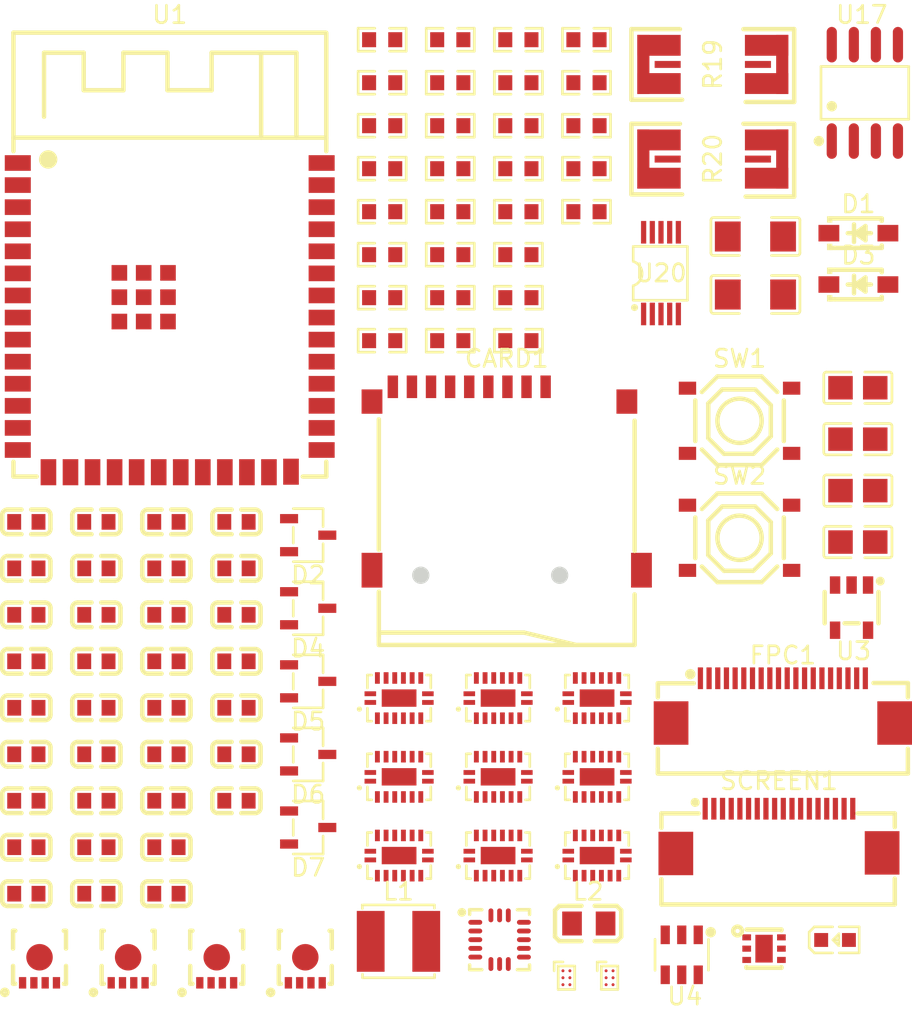
<source format=kicad_pcb>
(kicad_pcb (version 20241229) (generator "pcbnew") (generator_version "9.0")
  (layers (0 "F.Cu" signal) (2 "B.Cu" signal) (13 "F.Paste" user) (15 "B.Paste" user) (5 "F.SilkS" user "F.Silkscreen") (7 "B.SilkS" user "B.Silkscreen") (1 "F.Mask" user) (3 "B.Mask" user) (25 "Edge.Cuts" user))
  (net 0 "")
  (net 1 "GND")
  (net 2 "RESET")
  (net 3 "3V3")
  (net 4 "BOOT0")
  (net 5 "/Buck-Probe-Point")
  (net 6 "Buck-FB")
  (net 7 "/Buck-Output-SW")
  (net 8 "/Buck-Bootstrap-Capacitor")
  (net 9 "/LDO-Bypass-Capacitor")
  (net 10 "VBUS_VOLTAGE")
  (net 11 "BATTERY_VOLTAGE")
  (net 12 "3V3A")
  (net 13 "Net-(U9-EP)")
  (net 14 "Net-(U8-EP)")
  (net 15 "Net-(U10-EP)")
  (net 16 "Net-(U11-EP)")
  (net 17 "VBUS")
  (net 18 "5V")
  (net 19 "Net-(D1--)")
  (net 20 "Net-(U12-EP)")
  (net 21 "Net-(U13-EP)")
  (net 22 "Net-(U14-EP)")
  (net 23 "Net-(U15-EP)")
  (net 24 "Net-(U16-EP)")
  (net 25 "REFERENCE")
  (net 26 "VCC")
  (net 27 "VBATTERY")
  (net 28 "Net-(CARD1-DAT1(RSV))")
  (net 29 "FSPIQ{slash}SPI2_MISO")
  (net 30 "FSPICS0{slash}MEMORY_CS")
  (net 31 "FSPID{slash}SPI2_MOSI")
  (net 33 "Net-(CARD1-DAT2(RSV))")
  (net 34 "FSPICLK{slash}SPI2_CLK")
  (net 35 "USB_D-")
  (net 36 "USB_D+")
  (net 37 "CANL")
  (net 38 "CANH")
  (net 40 "CS")
  (net 41 "BOOT0{slash}STOP")
  (net 42 "TX")
  (net 43 "SPI3_MOSI")
  (net 45 "RX")
  (net 46 "SPI3_MISO")
  (net 47 "SPI3_SCK")
  (net 48 "NRST")
  (net 49 "Net-(LED1-K)")
  (net 50 "STATUS_LED")
  (net 51 "Net-(Q1-G)")
  (net 52 "Net-(Q1-D)")
  (net 53 "Net-(Q2-G)")
  (net 54 "Net-(Q3-D)")
  (net 55 "Net-(Q3-G)")
  (net 56 "Net-(Q4-G)")
  (net 57 "I2C2_SDA")
  (net 58 "I2C2_SCL")
  (net 59 "VBUS_PINS")
  (net 60 "-Probe-1")
  (net 61 "+Probe-1")
  (net 62 "VBATTERY_PINS")
  (net 63 "-Probe-2")
  (net 64 "+Probe-2")
  (net 65 "I2C1_SCL")
  (net 66 "I2C1_SDA")
  (net 67 "SCREEN_DC")
  (net 68 "SCREEN_CS")
  (net 69 "SPI3_CLK")
  (net 70 "SHIFT_OE")
  (net 71 "Net-(U17-RS)")
  (net 73 "SCREEN_RESET")
  (net 74 "TOUCH_INT")
  (net 80 "BATTERY_1")
  (net 81 "IMU_INTERRUPT")
  (net 82 "CAN_RX")
  (net 83 "BATTERY_2")
  (net 84 "CONNECT_BATTERY")
  (net 85 "BATTERY_CURRENT")
  (net 86 "SHIFT_BANK2_LATCH")
  (net 87 "CONNECT_VBUS")
  (net 88 "SHIFT_BANK1_LATCH")
  (net 89 "CAN_TX")
  (net 90 "VBUS_CURRENT")
  (net 92 "CC1")
  (net 93 "Net-(U5-VSET)")
  (net 94 "CC2")
  (net 98 "Net-(U12-SER)")
  (net 111 "Net-(U10-SER)")
  (net 121 "Net-(U10-Q7S)")
  (net 139 "Net-(U12-Q7S)")
  (net 148 "Net-(U13-Q7S)")
  (net 156 "Net-(U14-Q7S)")
  (net 162 "Net-(U15-Q7S)")
  (footprint "Library:C0603" (layer "F.Cu") (at 106.341003 99.893503)
    (property "Reference" "C25" (hide yes))
    (property "Value" "100nF" (hide yes))
    (pad "1" smd rect (at -0.7 0) (size 0.8 0.9) (layers "F.Cu" "F.Mask" "F.Paste") (net 20 "Net-(U12-EP)"))
    (pad "2" smd rect (at 0.7 0) (size 0.8 0.9) (layers "F.Cu" "F.Mask" "F.Paste") (net 3 "3V3"))
  )
  (footprint "Library:C0603" (layer "F.Cu") (at 106.341003 115.937509)
    (property "Reference" "C31" (hide yes))
    (property "Value" "100nF" (hide yes))
    (pad "1" smd rect (at -0.7 0) (size 0.8 0.9) (layers "F.Cu" "F.Mask" "F.Paste") (net 1 "GND"))
    (pad "2" smd rect (at 0.7 0) (size 0.8 0.9) (layers "F.Cu" "F.Mask" "F.Paste") (net 3 "3V3"))
  )
  (footprint "Library:R0603" (layer "F.Cu") (at 118.76725 71.75225)
    (property "Reference" "R3" (hide yes))
    (property "Value" "10kΩ" (hide yes))
    (pad "1" smd rect (at -0.7535 0) (size 0.8065 0.864) (layers "F.Cu" "F.Mask" "F.Paste") (net 1 "GND"))
    (pad "2" smd rect (at 0.7535 0) (size 0.8065 0.864) (layers "F.Cu" "F.Mask" "F.Paste") (net 10 "VBUS_VOLTAGE"))
  )
  (footprint "Library:DHVQFN-16_L3.5-W2.5-P0.50-BL-EP" (layer "F.Cu") (at 119.742 113.7435)
    (property "Reference" "U10" (hide yes))
    (property "Value" "~")
    (pad "1" smd rect (at -1.6575 0.25) (size 0.665 0.28) (layers "F.Cu" "F.Mask" "F.Paste"))
    (pad "2" smd rect (at -1.25 1.1575) (size 0.28 0.665) (layers "F.Cu" "F.Mask" "F.Paste"))
    (pad "3" smd rect (at -0.75 1.1575) (size 0.28 0.665) (layers "F.Cu" "F.Mask" "F.Paste"))
    (pad "4" smd rect (at -0.25 1.1575) (size 0.28 0.665) (layers "F.Cu" "F.Mask" "F.Paste"))
    (pad "5" smd rect (at 0.25 1.1575) (size 0.28 0.665) (layers "F.Cu" "F.Mask" "F.Paste"))
    (pad "6" smd rect (at 0.75 1.1575) (size 0.28 0.665) (layers "F.Cu" "F.Mask" "F.Paste"))
    (pad "7" smd rect (at 1.25 1.1575) (size 0.28 0.665) (layers "F.Cu" "F.Mask" "F.Paste"))
    (pad "8" smd rect (at 1.6575 0.25) (size 0.665 0.28) (layers "F.Cu" "F.Mask" "F.Paste") (net 15 "Net-(U10-EP)"))
    (pad "9" smd rect (at 1.6575 -0.25) (size 0.665 0.28) (layers "F.Cu" "F.Mask" "F.Paste") (net 121 "Net-(U10-Q7S)"))
    (pad "10" smd rect (at 1.25 -1.1575) (size 0.28 0.665) (layers "F.Cu" "F.Mask" "F.Paste") (net 3 "3V3"))
    (pad "11" smd rect (at 0.75 -1.1575) (size 0.28 0.665) (layers "F.Cu" "F.Mask" "F.Paste") (net 34 "FSPICLK{slash}SPI2_CLK"))
    (pad "12" smd rect (at 0.25 -1.1575) (size 0.28 0.665) (layers "F.Cu" "F.Mask" "F.Paste") (net 88 "SHIFT_BANK1_LATCH"))
    (pad "13" smd rect (at -0.25 -1.1575) (size 0.28 0.665) (layers "F.Cu" "F.Mask" "F.Paste") (net 70 "SHIFT_OE"))
    (pad "14" smd rect (at -0.75 -1.1575) (size 0.28 0.665) (layers "F.Cu" "F.Mask" "F.Paste") (net 111 "Net-(U10-SER)"))
    (pad "15" smd rect (at -1.25 -1.1575) (size 0.28 0.665) (layers "F.Cu" "F.Mask" "F.Paste"))
    (pad "16" smd rect (at -1.6575 -0.25) (size 0.665 0.28) (layers "F.Cu" "F.Mask" "F.Paste") (net 3 "3V3"))
    (pad "17" smd rect (at 0 0) (size 2 1) (layers "F.Cu" "F.Mask" "F.Paste") (net 15 "Net-(U10-EP)"))
  )
  (footprint "Library:C0603" (layer "F.Cu") (at 98.273001 97.219502)
    (property "Reference" "C2" (hide yes))
    (property "Value" "100nF" (hide yes))
    (pad "1" smd rect (at -0.7 0) (size 0.8 0.9) (layers "F.Cu" "F.Mask" "F.Paste") (net 1 "GND"))
    (pad "2" smd rect (at 0.7 0) (size 0.8 0.9) (layers "F.Cu" "F.Mask" "F.Paste") (net 3 "3V3"))
  )
  (footprint "Library:C1206" (layer "F.Cu") (at 140.26575 81.46475)
    (property "Reference" "C32" (hide yes))
    (property "Value" "10uF" (hide yes))
    (pad "1" smd rect (at -1.5925 0) (size 1.485 1.728) (layers "F.Cu" "F.Mask" "F.Paste") (net 1 "GND"))
    (pad "2" smd rect (at 1.5925 0) (size 1.485 1.728) (layers "F.Cu" "F.Mask" "F.Paste") (net 3 "3V3"))
  )
  (footprint "Library:C0603" (layer "F.Cu") (at 106.341003 97.219502)
    (property "Reference" "C22" (hide yes))
    (property "Value" "100nF" (hide yes))
    (pad "1" smd rect (at -0.7 0) (size 0.8 0.9) (layers "F.Cu" "F.Mask" "F.Paste") (net 1 "GND"))
    (pad "2" smd rect (at 0.7 0) (size 0.8 0.9) (layers "F.Cu" "F.Mask" "F.Paste") (net 19 "Net-(D1--)"))
  )
  (footprint "Library:C0603" (layer "F.Cu") (at 110.375004 99.893503)
    (property "Reference" "C35" (hide yes))
    (property "Value" "1uF" (hide yes))
    (pad "1" smd rect (at -0.7 0) (size 0.8 0.9) (layers "F.Cu" "F.Mask" "F.Paste") (net 1 "GND"))
    (pad "2" smd rect (at 0.7 0) (size 0.8 0.9) (layers "F.Cu" "F.Mask" "F.Paste") (net 25 "REFERENCE"))
  )
  (footprint "Library:C0603" (layer "F.Cu") (at 110.375004 97.219502)
    (property "Reference" "C34" (hide yes))
    (property "Value" "100nF" (hide yes))
    (pad "1" smd rect (at -0.7 0) (size 0.8 0.9) (layers "F.Cu" "F.Mask" "F.Paste") (net 1 "GND"))
    (pad "2" smd rect (at 0.7 0) (size 0.8 0.9) (layers "F.Cu" "F.Mask" "F.Paste") (net 25 "REFERENCE"))
  )
  (footprint "Library:C0603" (layer "F.Cu") (at 98.273001 110.589507)
    (property "Reference" "C8" (hide yes))
    (property "Value" "1uF" (hide yes))
    (pad "1" smd rect (at -0.7 0) (size 0.8 0.9) (layers "F.Cu" "F.Mask" "F.Paste") (net 1 "GND"))
    (pad "2" smd rect (at 0.7 0) (size 0.8 0.9) (layers "F.Cu" "F.Mask" "F.Paste") (net 3 "3V3"))
  )
  (footprint "Library:SOD-123_L2.7-W1.6-LS3.7-RD-1" (layer "F.Cu") (at 146.196 80.8895)
    (property "Reference" "D3" (at 0 -1.677 0) (layer "F.SilkS"))
    (property "Value" "~" (hide yes))
    (pad "1" smd rect (at -1.7 0) (size 1.2 0.95) (layers "F.Cu" "F.Mask" "F.Paste") (net 19 "Net-(D1--)"))
    (pad "2" smd rect (at 1.7 0) (size 1.2 0.95) (layers "F.Cu" "F.Mask" "F.Paste") (net 27 "VBATTERY"))
  )
  (footprint "Library:C0603" (layer "F.Cu") (at 110.375004 105.241505)
    (property "Reference" "C37" (hide yes))
    (property "Value" "1uF" (hide yes))
    (pad "1" smd rect (at -0.7 0) (size 0.8 0.9) (layers "F.Cu" "F.Mask" "F.Paste") (net 1 "GND"))
    (pad "2" smd rect (at 0.7 0) (size 0.8 0.9) (layers "F.Cu" "F.Mask" "F.Paste") (net 26 "VCC"))
  )
  (footprint "Library:LGA-16_L3.0-W3.0-P0.50-TL" (layer "F.Cu") (at 125.5305 118.5835)
    (property "Reference" "U18" (hide yes))
    (property "Value" "~")
    (pad "1" smd oval (at -1.4 -1) (size 0.8 0.28) (layers "F.Cu" "F.Mask" "F.Paste") (net 3 "3V3"))
    (pad "2" smd oval (at -1.4 -0.5) (size 0.8 0.28) (layers "F.Cu" "F.Mask" "F.Paste"))
    (pad "3" smd oval (at -1.4 0) (size 0.8 0.28) (layers "F.Cu" "F.Mask" "F.Paste"))
    (pad "4" smd oval (at -1.4 0.5) (size 0.8 0.28) (layers "F.Cu" "F.Mask" "F.Paste") (net 57 "I2C2_SDA"))
    (pad "5" smd oval (at -1.4 1) (size 0.8 0.28) (layers "F.Cu" "F.Mask" "F.Paste") (net 1 "GND"))
    (pad "6" smd oval (at -0.5 1.4) (size 0.28 0.8) (layers "F.Cu" "F.Mask" "F.Paste") (net 58 "I2C2_SCL"))
    (pad "7" smd oval (at 0 1.4) (size 0.28 0.8) (layers "F.Cu" "F.Mask" "F.Paste") (net 1 "GND"))
    (pad "8" smd oval (at 0.5 1.4) (size 0.28 0.8) (layers "F.Cu" "F.Mask" "F.Paste") (net 3 "3V3"))
    (pad "9" smd oval (at 1.4 1) (size 0.8 0.28) (layers "F.Cu" "F.Mask" "F.Paste"))
    (pad "10" smd oval (at 1.4 0.5) (size 0.8 0.28) (layers "F.Cu" "F.Mask" "F.Paste") (net 1 "GND"))
    (pad "11" smd oval (at 1.4 0) (size 0.8 0.28) (layers "F.Cu" "F.Mask" "F.Paste") (net 81 "IMU_INTERRUPT"))
    (pad "12" smd oval (at 1.4 -0.5) (size 0.8 0.28) (layers "F.Cu" "F.Mask" "F.Paste") (net 1 "GND"))
    (pad "13" smd oval (at 1.4 -1) (size 0.8 0.28) (layers "F.Cu" "F.Mask" "F.Paste"))
    (pad "14" smd oval (at 0.5 -1.4) (size 0.28 0.8) (layers "F.Cu" "F.Mask" "F.Paste") (net 3 "3V3"))
    (pad "15" smd oval (at 0 -1.4) (size 0.28 0.8) (layers "F.Cu" "F.Mask" "F.Paste"))
    (pad "16" smd oval (at -0.5 -1.4) (size 0.28 0.8) (layers "F.Cu" "F.Mask" "F.Paste"))
  )
  (footprint "Library:C0603" (layer "F.Cu") (at 106.341003 94.545501)
    (property "Reference" "C20" (hide yes))
    (property "Value" "1uF" (hide yes))
    (pad "1" smd rect (at -0.7 0) (size 0.8 0.9) (layers "F.Cu" "F.Mask" "F.Paste") (net 1 "GND"))
    (pad "2" smd rect (at 0.7 0) (size 0.8 0.9) (layers "F.Cu" "F.Mask" "F.Paste") (net 18 "5V"))
  )
  (footprint "Library:R2512 Shunt with Kelvin connections" (layer "F.Cu") (at 137.81 73.6725)
    (property "Reference" "R20" (at 0 0 90) (layer "F.SilkS"))
    (property "Value" "5mΩ")
    (pad "1" smd rect (at -4 0) (size 0.7 3.4) (layers "F.Cu" "F.Paste") (net 27 "VBATTERY"))
    (pad "1" smd rect (at -3.1 -1.1) (size 2.5 1.2) (layers "F.Cu" "F.Mask" "F.Paste") (net 27 "VBATTERY"))
    (pad "1" smd rect (at -3.1 1.1) (size 2.5 1.2) (layers "F.Cu" "F.Mask" "F.Paste") (net 27 "VBATTERY"))
    (pad "2" smd rect (at 3.1 -1.1) (size 2.5 1.2) (layers "F.Cu" "F.Mask" "F.Paste") (net 62 "VBATTERY_PINS"))
    (pad "2" smd rect (at 3.1 1.1) (size 2.5 1.2) (layers "F.Cu" "F.Mask" "F.Paste") (net 62 "VBATTERY_PINS"))
    (pad "2" smd rect (at 4 0) (size 0.7 3.4) (layers "F.Cu" "F.Paste") (net 62 "VBATTERY_PINS"))
    (pad "3" smd rect (at -2.6 0) (size 1.5 0.4) (layers "F.Cu" "F.Mask" "F.Paste") (net 63 "-Probe-2"))
    (pad "4" smd rect (at 2.6 0) (size 1.5 0.4) (layers "F.Cu" "F.Mask" "F.Paste") (net 64 "+Probe-2"))
  )
  (footprint "Library:FPC-SMD_18P-P0.50_FPC-05F-18PH20" (layer "F.Cu") (at 141.621 112.336)
    (property "Reference" "SCREEN1" (at 0 -2.8875 0) (layer "F.SilkS"))
    (property "Value" "~")
    (pad "1" smd rect (at -4.25 -1.2875) (size 0.3 1.25) (layers "F.Cu" "F.Mask" "F.Paste") (net 1 "GND"))
    (pad "2" smd rect (at -3.75 -1.2875) (size 0.3 1.25) (layers "F.Cu" "F.Mask" "F.Paste") (net 3 "3V3"))
    (pad "3" smd rect (at -3.25 -1.2875) (size 0.3 1.25) (layers "F.Cu" "F.Mask" "F.Paste") (net 74 "TOUCH_INT"))
    (pad "4" smd rect (at -2.75 -1.2875) (size 0.3 1.25) (layers "F.Cu" "F.Mask" "F.Paste") (net 3 "3V3"))
    (pad "5" smd rect (at -2.25 -1.2875) (size 0.3 1.25) (layers "F.Cu" "F.Mask" "F.Paste") (net 57 "I2C2_SDA"))
    (pad "6" smd rect (at -1.75 -1.2875) (size 0.3 1.25) (layers "F.Cu" "F.Mask" "F.Paste") (net 58 "I2C2_SCL"))
    (pad "7" smd rect (at -1.25 -1.2875) (size 0.3 1.25) (layers "F.Cu" "F.Mask" "F.Paste") (net 1 "GND"))
    (pad "8" smd rect (at -0.75 -1.2875) (size 0.3 1.25) (layers "F.Cu" "F.Mask" "F.Paste") (net 73 "SCREEN_RESET"))
    (pad "9" smd rect (at -0.25 -1.2875) (size 0.3 1.25) (layers "F.Cu" "F.Mask" "F.Paste") (net 31 "FSPID{slash}SPI2_MOSI"))
    (pad "10" smd rect (at 0.25 -1.2875) (size 0.3 1.25) (layers "F.Cu" "F.Mask" "F.Paste") (net 34 "FSPICLK{slash}SPI2_CLK"))
    (pad "11" smd rect (at 0.75 -1.2875) (size 0.3 1.25) (layers "F.Cu" "F.Mask" "F.Paste") (net 68 "SCREEN_CS"))
    (pad "12" smd rect (at 1.25 -1.2875) (size 0.3 1.25) (layers "F.Cu" "F.Mask" "F.Paste") (net 67 "SCREEN_DC"))
    (pad "13" smd rect (at 1.75 -1.2875) (size 0.3 1.25) (layers "F.Cu" "F.Mask" "F.Paste") (net 1 "GND"))
    (pad "14" smd rect (at 2.25 -1.2875) (size 0.3 1.25) (layers "F.Cu" "F.Mask" "F.Paste") (net 1 "GND"))
    (pad "15" smd rect (at 2.75 -1.2875) (size 0.3 1.25) (layers "F.Cu" "F.Mask" "F.Paste") (net 3 "3V3"))
    (pad "16" smd rect (at 3.25 -1.2875) (size 0.3 1.25) (layers "F.Cu" "F.Mask" "F.Paste") (net 3 "3V3"))
    (pad "17" smd rect (at 3.75 -1.2875) (size 0.3 1.25) (layers "F.Cu" "F.Mask" "F.Paste") (net 1 "GND"))
    (pad "18" smd rect (at 4.25 -1.2875) (size 0.3 1.25) (layers "F.Cu" "F.Mask" "F.Paste") (net 1 "GND"))
    (pad "19" smd rect (at -5.94 1.2875) (size 2 2.5) (layers "F.Cu" "F.Mask" "F.Paste"))
    (pad "20" smd rect (at 5.94 1.2525) (size 2 2.5) (layers "F.Cu" "F.Mask" "F.Paste"))
  )
  (footprint "Library:C0603" (layer "F.Cu") (at 102.307002 110.589507)
    (property "Reference" "C17" (hide yes))
    (property "Value" "100nF" (hide yes))
    (pad "1" smd rect (at -0.7 0) (size 0.8 0.9) (layers "F.Cu" "F.Mask" "F.Paste") (net 15 "Net-(U10-EP)"))
    (pad "2" smd rect (at 0.7 0) (size 0.8 0.9) (layers "F.Cu" "F.Mask" "F.Paste") (net 3 "3V3"))
  )
  (footprint "Library:C0603" (layer "F.Cu") (at 106.341003 110.589507)
    (property "Reference" "C29" (hide yes))
    (property "Value" "100nF" (hide yes))
    (pad "1" smd rect (at -0.7 0) (size 0.8 0.9) (layers "F.Cu" "F.Mask" "F.Paste") (net 24 "Net-(U16-EP)"))
    (pad "2" smd rect (at 0.7 0) (size 0.8 0.9) (layers "F.Cu" "F.Mask" "F.Paste") (net 3 "3V3"))
  )
  (footprint "Library:R0603" (layer "F.Cu") (at 118.76725 69.27875)
    (property "Reference" "R2" (hide yes))
    (property "Value" "100kΩ" (hide yes))
    (pad "1" smd rect (at -0.7535 0) (size 0.8065 0.864) (layers "F.Cu" "F.Mask" "F.Paste") (net 10 "VBUS_VOLTAGE"))
    (pad "2" smd rect (at 0.7535 0) (size 0.8065 0.864) (layers "F.Cu" "F.Mask" "F.Paste") (net 17 "VBUS"))
  )
  (footprint "Library:DHVQFN-16_L3.5-W2.5-P0.50-BL-EP" (layer "F.Cu") (at 131.144 113.7435)
    (property "Reference" "U16" (hide yes))
    (property "Value" "~")
    (pad "1" smd rect (at -1.6575 0.25) (size 0.665 0.28) (layers "F.Cu" "F.Mask" "F.Paste"))
    (pad "2" smd rect (at -1.25 1.1575) (size 0.28 0.665) (layers "F.Cu" "F.Mask" "F.Paste"))
    (pad "3" smd rect (at -0.75 1.1575) (size 0.28 0.665) (layers "F.Cu" "F.Mask" "F.Paste"))
    (pad "4" smd rect (at -0.25 1.1575) (size 0.28 0.665) (layers "F.Cu" "F.Mask" "F.Paste"))
    (pad "5" smd rect (at 0.25 1.1575) (size 0.28 0.665) (layers "F.Cu" "F.Mask" "F.Paste"))
    (pad "6" smd rect (at 0.75 1.1575) (size 0.28 0.665) (layers "F.Cu" "F.Mask" "F.Paste"))
    (pad "7" smd rect (at 1.25 1.1575) (size 0.28 0.665) (layers "F.Cu" "F.Mask" "F.Paste"))
    (pad "8" smd rect (at 1.6575 0.25) (size 0.665 0.28) (layers "F.Cu" "F.Mask" "F.Paste") (net 24 "Net-(U16-EP)"))
    (pad "9" smd rect (at 1.6575 -0.25) (size 0.665 0.28) (layers "F.Cu" "F.Mask" "F.Paste"))
    (pad "10" smd rect (at 1.25 -1.1575) (size 0.28 0.665) (layers "F.Cu" "F.Mask" "F.Paste") (net 3 "3V3"))
    (pad "11" smd rect (at 0.75 -1.1575) (size 0.28 0.665) (layers "F.Cu" "F.Mask" "F.Paste") (net 69 "SPI3_CLK"))
    (pad "12" smd rect (at 0.25 -1.1575) (size 0.28 0.665) (layers "F.Cu" "F.Mask" "F.Paste") (net 86 "SHIFT_BANK2_LATCH"))
    (pad "13" smd rect (at -0.25 -1.1575) (size 0.28 0.665) (layers "F.Cu" "F.Mask" "F.Paste") (net 70 "SHIFT_OE"))
    (pad "14" smd rect (at -0.75 -1.1575) (size 0.28 0.665) (layers "F.Cu" "F.Mask" "F.Paste") (net 162 "Net-(U15-Q7S)"))
    (pad "15" smd rect (at -1.25 -1.1575) (size 0.28 0.665) (layers "F.Cu" "F.Mask" "F.Paste"))
    (pad "16" smd rect (at -1.6575 -0.25) (size 0.665 0.28) (layers "F.Cu" "F.Mask" "F.Paste") (net 3 "3V3"))
    (pad "17" smd rect (at 0 0) (size 2 1) (layers "F.Cu" "F.Mask" "F.Paste") (net 24 "Net-(U16-EP)"))
  )
  (footprint "Library:R0603" (layer "F.Cu") (at 126.61225 76.69925)
    (property "Reference" "R23" (hide yes))
    (property "Value" "1.5kΩ" (hide yes))
    (pad "1" smd rect (at -0.7535 0) (size 0.8065 0.864) (layers "F.Cu" "F.Mask" "F.Paste") (net 49 "Net-(LED1-K)"))
    (pad "2" smd rect (at 0.7535 0) (size 0.8065 0.864) (layers "F.Cu" "F.Mask" "F.Paste") (net 1 "GND"))
  )
  (footprint "Library:R0603" (layer "F.Cu") (at 118.76725 79.17275)
    (property "Reference" "R6" (hide yes))
    (property "Value" "13kΩ" (hide yes))
    (pad "1" smd rect (at -0.7535 0) (size 0.8065 0.864) (layers "F.Cu" "F.Mask" "F.Paste") (net 1 "GND"))
    (pad "2" smd rect (at 0.7535 0) (size 0.8065 0.864) (layers "F.Cu" "F.Mask" "F.Paste") (net 6 "Buck-FB"))
  )
  (footprint "Library:C0603" (layer "F.Cu") (at 102.307002 105.241505)
    (property "Reference" "C15" (hide yes))
    (property "Value" "100nF" (hide yes))
    (pad "1" smd rect (at -0.7 0) (size 0.8 0.9) (layers "F.Cu" "F.Mask" "F.Paste") (net 13 "Net-(U9-EP)"))
    (pad "2" smd rect (at 0.7 0) (size 0.8 0.9) (layers "F.Cu" "F.Mask" "F.Paste") (net 3 "3V3"))
  )
  (footprint "Library:C0603" (layer "F.Cu") (at 110.375004 102.567504)
    (property "Reference" "C36" (hide yes))
    (property "Value" "1uF" (hide yes))
    (pad "1" smd rect (at -0.7 0) (size 0.8 0.9) (layers "F.Cu" "F.Mask" "F.Paste") (net 1 "GND"))
    (pad "2" smd rect (at 0.7 0) (size 0.8 0.9) (layers "F.Cu" "F.Mask" "F.Paste") (net 17 "VBUS"))
  )
  (footprint "Library:C0603" (layer "F.Cu") (at 98.273001 94.545501)
    (property "Reference" "C1" (hide yes))
    (property "Value" "1uF" (hide yes))
    (pad "1" smd rect (at -0.7 0) (size 0.8 0.9) (layers "F.Cu" "F.Mask" "F.Paste") (net 1 "GND"))
    (pad "2" smd rect (at 0.7 0) (size 0.8 0.9) (layers "F.Cu" "F.Mask" "F.Paste") (net 2 "RESET"))
  )
  (footprint "Library:R0603" (layer "F.Cu") (at 118.76725 74.22575)
    (property "Reference" "R4" (hide yes))
    (property "Value" "100kΩ" (hide yes))
    (pad "1" smd rect (at -0.7535 0) (size 0.8065 0.864) (layers "F.Cu" "F.Mask" "F.Paste") (net 11 "BATTERY_VOLTAGE"))
    (pad "2" smd rect (at 0.7535 0) (size 0.8065 0.864) (layers "F.Cu" "F.Mask" "F.Paste") (net 27 "VBATTERY"))
  )
  (footprint "Library:WDFN-5_L3.1-W3.1-P0.65-BL_1" (layer "F.Cu") (at 109.238 120.329)
    (property "Reference" "Q3" (hide yes))
    (property "Value" "~")
    (pad "1" smd rect (at -0.975 0.735 270) (size 0.66 0.42) (layers "F.Cu" "F.Mask" "F.Paste") (net 27 "VBATTERY"))
    (pad "2" smd rect (at -0.325 0.735 90) (size 0.66 0.42) (layers "F.Cu" "F.Mask" "F.Paste") (net 27 "VBATTERY"))
    (pad "3" smd rect (at 0.325 0.735 90) (size 0.66 0.42) (layers "F.Cu" "F.Mask" "F.Paste") (net 27 "VBATTERY"))
    (pad "4" smd rect (at 0.975 0.735 90) (size 0.66 0.42) (layers "F.Cu" "F.Mask" "F.Paste") (net 55 "Net-(Q3-G)"))
    (pad "5" smd circle (at 0 -0.735) (size 1.524 1.524) (layers "F.Cu" "F.Mask" "F.Paste") (net 54 "Net-(Q3-D)"))
  )
  (footprint "Library:R0603" (layer "F.Cu") (at 122.68975 81.64625)
    (property "Reference" "R15" (hide yes))
    (property "Value" "10kΩ" (hide yes))
    (pad "1" smd rect (at -0.7535 0) (size 0.8065 0.864) (layers "F.Cu" "F.Mask" "F.Paste") (net 29 "FSPIQ{slash}SPI2_MISO"))
    (pad "2" smd rect (at 0.7535 0) (size 0.8065 0.864) (layers "F.Cu" "F.Mask" "F.Paste") (net 3 "3V3"))
  )
  (footprint "Library:C0603" (layer "F.Cu") (at 106.341003 102.567504)
    (property "Reference" "C26" (hide yes))
    (property "Value" "100nF" (hide yes))
    (pad "1" smd rect (at -0.7 0) (size 0.8 0.9) (layers "F.Cu" "F.Mask" "F.Paste") (net 21 "Net-(U13-EP)"))
    (pad "2" smd rect (at 0.7 0) (size 0.8 0.9) (layers "F.Cu" "F.Mask" "F.Paste") (net 3 "3V3"))
  )
  (footprint "Library:IND-SMD_L4.0-W4.0" (layer "F.Cu") (at 119.706 118.679)
    (property "Reference" "L1" (at 0 -2.8705 0) (layer "F.SilkS"))
    (property "Value" "15uH" (hide yes))
    (pad "1" smd rect (at -1.6 0) (size 1.6 3.5) (layers "F.Cu" "F.Mask" "F.Paste") (net 7 "/Buck-Output-SW"))
    (pad "2" smd rect (at 1.6 0) (size 1.6 3.5) (layers "F.Cu" "F.Mask" "F.Paste") (net 18 "5V"))
  )
  (footprint "Library:R0603" (layer "F.Cu") (at 118.76725 66.80525)
    (property "Reference" "R1" (hide yes))
    (property "Value" "10kΩ" (hide yes))
    (pad "1" smd rect (at -0.7535 0) (size 0.8065 0.864) (layers "F.Cu" "F.Mask" "F.Paste") (net 2 "RESET"))
    (pad "2" smd rect (at 0.7535 0) (size 0.8065 0.864) (layers "F.Cu" "F.Mask" "F.Paste") (net 3 "3V3"))
  )
  (footprint "Library:C0603" (layer "F.Cu") (at 102.307002 107.915506)
    (property "Reference" "C16" (hide yes))
    (property "Value" "100nF" (hide yes))
    (pad "1" smd rect (at -0.7 0) (size 0.8 0.9) (layers "F.Cu" "F.Mask" "F.Paste") (net 14 "Net-(U8-EP)"))
    (pad "2" smd rect (at 0.7 0) (size 0.8 0.9) (layers "F.Cu" "F.Mask" "F.Paste") (net 3 "3V3"))
  )
  (footprint "Library:C0805" (layer "F.Cu") (at 146.16575 95.70675)
    (property "Reference" "U6" (hide yes))
    (property "Value" "20nF 5%" (hide yes))
    (pad "1" smd rect (at -1 0) (size 1.41 1.35) (layers "F.Cu" "F.Mask" "F.Paste") (net 1 "GND"))
    (pad "2" smd rect (at 1 0) (size 1.41 1.35) (layers "F.Cu" "F.Mask" "F.Paste") (net 93 "Net-(U5-VSET)"))
  )
  (footprint "Library:R0603" (layer "F.Cu") (at 126.61225 69.27875)
    (property "Reference" "R18" (hide yes))
    (property "Value" "10kΩ" (hide yes))
    (pad "1" smd rect (at -0.7535 0) (size 0.8065 0.864) (layers "F.Cu" "F.Mask" "F.Paste") (net 58 "I2C2_SCL"))
    (pad "2" smd rect (at 0.7535 0) (size 0.8065 0.864) (layers "F.Cu" "F.Mask" "F.Paste") (net 3 "3V3"))
  )
  (footprint "Library:R0603" (layer "F.Cu") (at 126.61225 66.80525)
    (property "Reference" "R17" (hide yes))
    (property "Value" "10kΩ" (hide yes))
    (pad "1" smd rect (at -0.7535 0) (size 0.8065 0.864) (layers "F.Cu" "F.Mask" "F.Paste") (net 57 "I2C2_SDA"))
    (pad "2" smd rect (at 0.7535 0) (size 0.8065 0.864) (layers "F.Cu" "F.Mask" "F.Paste") (net 3 "3V3"))
  )
  (footprint "Library:R0603" (layer "F.Cu") (at 122.68975 79.17275)
    (property "Reference" "R14" (hide yes))
    (property "Value" "10kΩ" (hide yes))
    (pad "1" smd rect (at -0.7535 0) (size 0.8065 0.864) (layers "F.Cu" "F.Mask" "F.Paste") (net 34 "FSPICLK{slash}SPI2_CLK"))
    (pad "2" smd rect (at 0.7535 0) (size 0.8065 0.864) (layers "F.Cu" "F.Mask" "F.Paste") (net 3 "3V3"))
  )
  (footprint "Library:C0603" (layer "F.Cu") (at 110.375004 94.545501)
    (property "Reference" "C33" (hide yes))
    (property "Value" "100nF" (hide yes))
    (pad "1" smd rect (at -0.7 0) (size 0.8 0.9) (layers "F.Cu" "F.Mask" "F.Paste") (net 1 "GND"))
    (pad "2" smd rect (at 0.7 0) (size 0.8 0.9) (layers "F.Cu" "F.Mask" "F.Paste") (net 12 "3V3A"))
  )
  (footprint "Library:WDFN-5_L3.1-W3.1-P0.65-BL_1" (layer "F.Cu") (at 114.3405 120.329)
    (property "Reference" "Q4" (hide yes))
    (property "Value" "~")
    (pad "1" smd rect (at -0.975 0.735 270) (size 0.66 0.42) (layers "F.Cu" "F.Mask" "F.Paste") (net 26 "VCC"))
    (pad "2" smd rect (at -0.325 0.735 90) (size 0.66 0.42) (layers "F.Cu" "F.Mask" "F.Paste") (net 26 "VCC"))
    (pad "3" smd rect (at 0.325 0.735 90) (size 0.66 0.42) (layers "F.Cu" "F.Mask" "F.Paste") (net 26 "VCC"))
    (pad "4" smd rect (at 0.975 0.735 90) (size 0.66 0.42) (layers "F.Cu" "F.Mask" "F.Paste") (net 56 "Net-(Q4-G)"))
    (pad "5" smd circle (at 0 -0.735) (size 1.524 1.524) (layers "F.Cu" "F.Mask" "F.Paste") (net 54 "Net-(Q3-D)"))
  )
  (footprint "Library:SOIC-8_L4.9-W3.9-P1.27-LS6.0-BL" (layer "F.Cu") (at 146.5675 69.8635)
    (property "Reference" "U17" (at -0.174625 -4.495 0) (layer "F.SilkS"))
    (property "Value" "~" (hide yes))
    (pad "1" smd oval (at -1.905 2.7725) (size 0.588 2.045) (layers "F.Cu" "F.Mask" "F.Paste") (net 89 "CAN_TX"))
    (pad "2" smd oval (at -0.635 2.7725) (size 0.588 2.045) (layers "F.Cu" "F.Mask" "F.Paste") (net 1 "GND"))
    (pad "3" smd oval (at 0.635 2.7725) (size 0.588 2.045) (layers "F.Cu" "F.Mask" "F.Paste") (net 3 "3V3"))
    (pad "4" smd oval (at 1.905 2.7725) (size 0.588 2.045) (layers "F.Cu" "F.Mask" "F.Paste") (net 82 "CAN_RX"))
    (pad "5" smd oval (at 1.905 -2.7725) (size 0.588 2.045) (layers "F.Cu" "F.Mask" "F.Paste"))
    (pad "6" smd oval (at 0.635 -2.7725) (size 0.588 2.045) (layers "F.Cu" "F.Mask" "F.Paste") (net 37 "CANL"))
    (pad "7" smd oval (at -0.635 -2.7725) (size 0.588 2.045) (layers "F.Cu" "F.Mask" "F.Paste") (net 38 "CANH"))
    (pad "8" smd oval (at -1.905 -2.7725) (size 0.588 2.045) (layers "F.Cu" "F.Mask" "F.Paste") (net 71 "Net-(U17-RS)"))
  )
  (footprint "Library:C0603" (layer "F.Cu") (at 102.307002 99.893503)
    (property "Reference" "C13" (hide yes))
    (property "Value" "100nF" (hide yes))
    (pad "1" smd rect (at -0.7 0) (size 0.8 0.9) (layers "F.Cu" "F.Mask" "F.Paste") (net 1 "GND"))
    (pad "2" smd rect (at 0.7 0) (size 0.8 0.9) (layers "F.Cu" "F.Mask" "F.Paste") (net 12 "3V3A"))
  )
  (footprint "Library:DHVQFN-16_L3.5-W2.5-P0.50-BL-EP" (layer "F.Cu") (at 125.443 109.2135)
    (property "Reference" "U12" (hide yes))
    (property "Value" "~")
    (pad "1" smd rect (at -1.6575 0.25) (size 0.665 0.28) (layers "F.Cu" "F.Mask" "F.Paste"))
    (pad "2" smd rect (at -1.25 1.1575) (size 0.28 0.665) (layers "F.Cu" "F.Mask" "F.Paste"))
    (pad "3" smd rect (at -0.75 1.1575) (size 0.28 0.665) (layers "F.Cu" "F.Mask" "F.Paste"))
    (pad "4" smd rect (at -0.25 1.1575) (size 0.28 0.665) (layers "F.Cu" "F.Mask" "F.Paste"))
    (pad "5" smd rect (at 0.25 1.1575) (size 0.28 0.665) (layers "F.Cu" "F.Mask" "F.Paste"))
    (pad "6" smd rect (at 0.75 1.1575) (size 0.28 0.665) (layers "F.Cu" "F.Mask" "F.Paste"))
    (pad "7" smd rect (at 1.25 1.1575) (size 0.28 0.665) (layers "F.Cu" "F.Mask" "F.Paste"))
    (pad "8" smd rect (at 1.6575 0.25) (size 0.665 0.28) (layers "F.Cu" "F.Mask" "F.Paste") (net 20 "Net-(U12-EP)"))
    (pad "9" smd rect (at 1.6575 -0.25) (size 0.665 0.28) (layers "F.Cu" "F.Mask" "F.Paste") (net 139 "Net-(U12-Q7S)"))
    (pad "10" smd rect (at 1.25 -1.1575) (size 0.28 0.665) (layers "F.Cu" "F.Mask" "F.Paste") (net 3 "3V3"))
    (pad "11" smd rect (at 0.75 -1.1575) (size 0.28 0.665) (layers "F.Cu" "F.Mask" "F.Paste") (net 69 "SPI3_CLK"))
    (pad "12" smd rect (at 0.25 -1.1575) (size 0.28 0.665) (layers "F.Cu" "F.Mask" "F.Paste") (net 86 "SHIFT_BANK2_LATCH"))
    (pad "13" smd rect (at -0.25 -1.1575) (size 0.28 0.665) (layers "F.Cu" "F.Mask" "F.Paste") (net 70 "SHIFT_OE"))
    (pad "14" smd rect (at -0.75 -1.1575) (size 0.28 0.665) (layers "F.Cu" "F.Mask" "F.Paste") (net 98 "Net-(U12-SER)"))
    (pad "15" smd rect (at -1.25 -1.1575) (size 0.28 0.665) (layers "F.Cu" "F.Mask" "F.Paste"))
    (pad "16" smd rect (at -1.6575 -0.25) (size 0.665 0.28) (layers "F.Cu" "F.Mask" "F.Paste") (net 3 "3V3"))
    (pad "17" smd rect (at 0 0) (size 2 1) (layers "F.Cu" "F.Mask" "F.Paste") (net 20 "Net-(U12-EP)"))
  )
  (footprint "Library:C0603" (layer "F.Cu") (at 98.273001 105.241505)
    (property "Reference" "C6" (hide yes))
    (property "Value" "100pF" (hide yes))
    (pad "1" smd rect (at -0.7 0) (size 0.8 0.9) (layers "F.Cu" "F.Mask" "F.Paste") (net 6 "Buck-FB"))
    (pad "2" smd rect (at 0.7 0) (size 0.8 0.9) (layers "F.Cu" "F.Mask" "F.Paste") (net 5 "/Buck-Probe-Point"))
  )
  (footprint "Library:TDFN-6_L2.0-W2.0-P0.65-TL-EP" (layer "F.Cu") (at 140.762 119.098933)
    (property "Reference" "U5" (hide yes))
    (property "Value" "~")
    (pad "1" smd rect (at -1 -0.65 90) (size 0.35 0.5) (layers "F.Cu" "F.Mask" "F.Paste") (net 92 "CC1"))
    (pad "2" smd rect (at -1 0 90) (size 0.35 0.5) (layers "F.Cu" "F.Mask" "F.Paste") (net 17 "VBUS"))
    (pad "3" smd rect (at -1 0.65 90) (size 0.35 0.5) (layers "F.Cu" "F.Mask" "F.Paste") (net 93 "Net-(U5-VSET)"))
    (pad "4" smd rect (at 1 0.65 90) (size 0.35 0.5) (layers "F.Cu" "F.Mask" "F.Paste") (net 36 "USB_D+"))
    (pad "5" smd rect (at 1 0 90) (size 0.35 0.5) (layers "F.Cu" "F.Mask" "F.Paste") (net 35 "USB_D-"))
    (pad "6" smd rect (at 1 -0.65 90) (size 0.35 0.5) (layers "F.Cu" "F.Mask" "F.Paste") (net 94 "CC2"))
    (pad "7" smd rect (at 0 0 180) (size 1 1.6) (layers "F.Cu" "F.Mask" "F.Paste") (net 1 "GND"))
  )
  (footprint "Library:R0603" (layer "F.Cu") (at 118.76725 81.64625)
    (property "Reference" "R7" (hide yes))
    (property "Value" "10kΩ" (hide yes))
    (pad "1" smd rect (at -0.7535 0) (size 0.8065 0.864) (layers "F.Cu" "F.Mask" "F.Paste") (net 1 "GND"))
    (pad "2" smd rect (at 0.7535 0) (size 0.8065 0.864) (layers "F.Cu" "F.Mask" "F.Paste") (net 11 "BATTERY_VOLTAGE"))
  )
  (footprint "Library:TF-SMD_TF-01A" (layer "F.Cu") (at 125.941 92.0495)
    (property "Reference" "CARD1" (at 0 -6.901 0) (layer "F.SilkS"))
    (property "Value" "~")
    (fp_poly (pts (xy -4.454278 5.500737) (xy -4.48806 5.374658) (xy -4.553323 5.261619) (xy -4.645619 5.169323) (xy -4.758658 5.10406) (xy -4.884737 5.070278) (xy -5.015263 5.070278) (xy -5.141342 5.10406) (xy -5.254381 5.169323) (xy -5.346677 5.261619) (xy -5.41194 5.374658) (xy -5.445722 5.500737) (xy -5.445722 5.631263) (xy -5.41194 5.757342) (xy -5.346677 5.870381) (xy -5.254381 5.962677) (xy -5.141342 6.02794) (xy -5.015263 6.061722) (xy -4.884737 6.061722) (xy -4.758658 6.02794) (xy -4.645619 5.962677) (xy -4.553323 5.870381) (xy -4.48806 5.757342) (xy -4.454278 5.631263)) (fill yes) (layer "Edge.Cuts"))
    (fp_poly (pts (xy 3.545722 5.500737) (xy 3.51194 5.374658) (xy 3.446677 5.261619) (xy 3.354381 5.169323) (xy 3.241342 5.10406) (xy 3.115263 5.070278) (xy 2.984737 5.070278) (xy 2.858658 5.10406) (xy 2.745619 5.169323) (xy 2.653323 5.261619) (xy 2.58806 5.374658) (xy 2.554278 5.500737) (xy 2.554278 5.631263) (xy 2.58806 5.757342) (xy 2.653323 5.870381) (xy 2.745619 5.962677) (xy 2.858658 6.02794) (xy 2.984737 6.061722) (xy 3.115263 6.061722) (xy 3.241342 6.02794) (xy 3.354381 5.962677) (xy 3.446677 5.870381) (xy 3.51194 5.757342) (xy 3.545722 5.631263)) (fill yes) (layer "Edge.Cuts"))
    (pad "1" smd rect (at 2.24 -5.276) (size 0.6 1.3) (layers "F.Cu" "F.Mask" "F.Paste") (net 33 "Net-(CARD1-DAT2(RSV))"))
    (pad "2" smd rect (at 1.14 -5.276) (size 0.6 1.3) (layers "F.Cu" "F.Mask" "F.Paste") (net 30 "FSPICS0{slash}MEMORY_CS"))
    (pad "3" smd rect (at 0.04 -5.276) (size 0.6 1.3) (layers "F.Cu" "F.Mask" "F.Paste") (net 31 "FSPID{slash}SPI2_MOSI"))
    (pad "4" smd rect (at -1.06 -5.276) (size 0.6 1.3) (layers "F.Cu" "F.Mask" "F.Paste") (net 3 "3V3"))
    (pad "5" smd rect (at -2.16 -5.276) (size 0.6 1.3) (layers "F.Cu" "F.Mask" "F.Paste") (net 34 "FSPICLK{slash}SPI2_CLK"))
    (pad "6" smd rect (at -3.26 -5.276) (size 0.6 1.3) (layers "F.Cu" "F.Mask" "F.Paste") (net 1 "GND"))
    (pad "7" smd rect (at -4.36 -5.276) (size 0.6 1.3) (layers "F.Cu" "F.Mask" "F.Paste") (net 29 "FSPIQ{slash}SPI2_MISO"))
    (pad "8" smd rect (at -5.46 -5.276) (size 0.6 1.3) (layers "F.Cu" "F.Mask" "F.Paste") (net 28 "Net-(CARD1-DAT1(RSV))"))
    (pad "9" smd rect (at -6.56 -5.2755) (size 0.6 1.3) (layers "F.Cu" "F.Mask" "F.Paste"))
    (pad "10" smd rect (at -7.76 -4.4255) (size 1.2 1.4) (layers "F.Cu" "F.Mask" "F.Paste") (net 1 "GND"))
    (pad "11" smd rect (at -7.76 5.276) (size 1.2 2) (layers "F.Cu" "F.Mask" "F.Paste") (net 1 "GND"))
    (pad "12" smd rect (at 7.76 5.276) (size 1.2 2) (layers "F.Cu" "F.Mask" "F.Paste") (net 1 "GND"))
    (pad "13" smd rect (at 6.92 -4.4255) (size 1.2 1.4) (layers "F.Cu" "F.Mask" "F.Paste") (net 1 "GND"))
  )
  (footprint "Library:R0603" (layer "F.Cu") (at 130.53475 71.75225)
    (property "Reference" "R29" (hide yes))
    (property "Value" "10kΩ" (hide yes))
    (pad "1" smd rect (at -0.7535 0) (size 0.8065 0.864) (layers "F.Cu" "F.Mask" "F.Paste") (net 69 "SPI3_CLK"))
    (pad "2" smd rect (at 0.7535 0) (size 0.8065 0.864) (layers "F.Cu" "F.Mask" "F.Paste") (net 3 "3V3"))
  )
  (footprint "Library:C0805" (layer "F.Cu") (at 146.16575 92.74725)
    (property "Reference" "C24" (hide yes))
    (property "Value" "22uF" (hide yes))
    (pad "1" smd rect (at -1 0) (size 1.41 1.35) (layers "F.Cu" "F.Mask" "F.Paste") (net 1 "GND"))
    (pad "2" smd rect (at 1 0) (size 1.41 1.35) (layers "F.Cu" "F.Mask" "F.Paste") (net 18 "5V"))
  )
  (footprint "Library:R0603" (layer "F.Cu") (at 122.68975 76.69925)
    (property "Reference" "R13" (hide yes))
    (property "Value" "10kΩ" (hide yes))
    (pad "1" smd rect (at -0.7535 0) (size 0.8065 0.864) (layers "F.Cu" "F.Mask" "F.Paste") (net 43 "SPI3_MOSI"))
    (pad "2" smd rect (at 0.7535 0) (size 0.8065 0.864) (layers "F.Cu" "F.Mask" "F.Paste") (net 3 "3V3"))
  )
  (footprint "Library:R0603" (layer "F.Cu") (at 126.61225 79.17275)
    (property "Reference" "R24" (hide yes))
    (property "Value" "10kΩ" (hide yes))
    (pad "1" smd rect (at -0.7535 0) (size 0.8065 0.864) (layers "F.Cu" "F.Mask" "F.Paste") (net 65 "I2C1_SCL"))
    (pad "2" smd rect (at 0.7535 0) (size 0.8065 0.864) (layers "F.Cu" "F.Mask" "F.Paste") (net 3 "3V3"))
  )
  (footprint "Library:C0603" (layer "F.Cu") (at 106.341003 105.241505)
    (property "Reference" "C27" (hide yes))
    (property "Value" "100nF" (hide yes))
    (pad "1" smd rect (at -0.7 0) (size 0.8 0.9) (layers "F.Cu" "F.Mask" "F.Paste") (net 22 "Net-(U14-EP)"))
    (pad "2" smd rect (at 0.7 0) (size 0.8 0.9) (layers "F.Cu" "F.Mask" "F.Paste") (net 3 "3V3"))
  )
  (footprint "Library:DHVQFN-16_L3.5-W2.5-P0.50-BL-EP" (layer "F.Cu") (at 131.144 104.6835)
    (property "Reference" "U14" (hide yes))
    (property "Value" "~")
    (pad "1" smd rect (at -1.6575 0.25) (size 0.665 0.28) (layers "F.Cu" "F.Mask" "F.Paste"))
    (pad "2" smd rect (at -1.25 1.1575) (size 0.28 0.665) (layers "F.Cu" "F.Mask" "F.Paste"))
    (pad "3" smd rect (at -0.75 1.1575) (size 0.28 0.665) (layers "F.Cu" "F.Mask" "F.Paste"))
    (pad "4" smd rect (at -0.25 1.1575) (size 0.28 0.665) (layers "F.Cu" "F.Mask" "F.Paste"))
    (pad "5" smd rect (at 0.25 1.1575) (size 0.28 0.665) (layers "F.Cu" "F.Mask" "F.Paste"))
    (pad "6" smd rect (at 0.75 1.1575) (size 0.28 0.665) (layers "F.Cu" "F.Mask" "F.Paste"))
    (pad "7" smd rect (at 1.25 1.1575) (size 0.28 0.665) (layers "F.Cu" "F.Mask" "F.Paste"))
    (pad "8" smd rect (at 1.6575 0.25) (size 0.665 0.28) (layers "F.Cu" "F.Mask" "F.Paste") (net 22 "Net-(U14-EP)"))
    (pad "9" smd rect (at 1.6575 -0.25) (size 0.665 0.28) (layers "F.Cu" "F.Mask" "F.Paste") (net 156 "Net-(U14-Q7S)"))
    (pad "10" smd rect (at 1.25 -1.1575) (size 0.28 0.665) (layers "F.Cu" "F.Mask" "F.Paste") (net 3 "3V3"))
    (pad "11" smd rect (at 0.75 -1.1575) (size 0.28 0.665) (layers "F.Cu" "F.Mask" "F.Paste") (net 69 "SPI3_CLK"))
    (pad "12" smd rect (at 0.25 -1.1575) (size 0.28 0.665) (layers "F.Cu" "F.Mask" "F.Paste") (net 86 "SHIFT_BANK2_LATCH"))
    (pad "13" smd rect (at -0.25 -1.1575) (size 0.28 0.665) (layers "F.Cu" "F.Mask" "F.Paste") (net 70 "SHIFT_OE"))
    (pad "14" smd rect (at -0.75 -1.1575) (size 0.28 0.665) (layers "F.Cu" "F.Mask" "F.Paste") (net 148 "Net-(U13-Q7S)"))
    (pad "15" smd rect (at -1.25 -1.1575) (size 0.28 0.665) (layers "F.Cu" "F.Mask" "F.Paste"))
    (pad "16" smd rect (at -1.6575 -0.25) (size 0.665 0.28) (layers "F.Cu" "F.Mask" "F.Paste") (net 3 "3V3"))
    (pad "17" smd rect (at 0 0) (size 2 1) (layers "F.Cu" "F.Mask" "F.Paste") (net 22 "Net-(U14-EP)"))
  )
  (footprint "Library:C0603" (layer "F.Cu") (at 98.273001 107.915506)
    (property "Reference" "C7" (hide yes))
    (property "Value" "100nF" (hide yes))
    (pad "1" smd rect (at -0.7 0) (size 0.8 0.9) (layers "F.Cu" "F.Mask" "F.Paste") (net 8 "/Buck-Bootstrap-Capacitor"))
    (pad "2" smd rect (at 0.7 0) (size 0.8 0.9) (layers "F.Cu" "F.Mask" "F.Paste") (net 7 "/Buck-Output-SW"))
  )
  (footprint "Library:R0603" (layer "F.Cu") (at 118.76725 76.69925)
    (property "Reference" "R5" (hide yes))
    (property "Value" "100kΩ" (hide yes))
    (pad "1" smd rect (at -0.7535 0) (size 0.8065 0.864) (layers "F.Cu" "F.Mask" "F.Paste") (net 6 "Buck-FB"))
    (pad "2" smd rect (at 0.7535 0) (size 0.8065 0.864) (layers "F.Cu" "F.Mask" "F.Paste") (net 5 "/Buck-Probe-Point"))
  )
  (footprint "Library:R0603" (layer "F.Cu") (at 126.61225 71.75225)
    (property "Reference" "R21" (hide yes))
    (property "Value" "10kΩ" (hide yes))
    (pad "1" smd rect (at -0.7535 0) (size 0.8065 0.864) (layers "F.Cu" "F.Mask" "F.Paste") (net 25 "REFERENCE"))
    (pad "2" smd rect (at 0.7535 0) (size 0.8065 0.864) (layers "F.Cu" "F.Mask" "F.Paste") (net 12 "3V3A"))
  )
  (footprint "Library:R0603" (layer "F.Cu") (at 130.53475 74.22575)
    (property "Reference" "R30" (hide yes))
    (property "Value" "10kΩ" (hide yes))
    (pad "1" smd rect (at -0.7535 0) (size 0.8065 0.864) (layers "F.Cu" "F.Mask" "F.Paste") (net 70 "SHIFT_OE"))
    (pad "2" smd rect (at 0.7535 0) (size 0.8065 0.864) (layers "F.Cu" "F.Mask" "F.Paste") (net 3 "3V3"))
  )
  (footprint "Library:SW-SMD_4P-L5.1-W5.1-P3.70-LS6.5-TL_H1.5" (layer "F.Cu") (at 139.351 88.728933)
    (property "Reference" "SW1" (at 0 -3.580433 0) (layer "F.SilkS"))
    (property "Value" "~")
    (pad "1" smd rect (at -3 -1.875) (size 1 0.75) (layers "F.Cu" "F.Mask" "F.Paste") (net 4 "BOOT0"))
    (pad "2" smd rect (at 3 -1.875) (size 1 0.75) (layers "F.Cu" "F.Mask" "F.Paste"))
    (pad "3" smd rect (at -3 1.875) (size 1 0.75) (layers "F.Cu" "F.Mask" "F.Paste") (net 1 "GND"))
    (pad "4" smd rect (at 3 1.875) (size 1 0.75) (layers "F.Cu" "F.Mask" "F.Paste"))
  )
  (footprint "Library:C0603" (layer "F.Cu") (at 98.273001 113.263508)
    (property "Reference" "C9" (hide yes))
    (property "Value" "10nF" (hide yes))
    (pad "1" smd rect (at -0.7 0) (size 0.8 0.9) (layers "F.Cu" "F.Mask" "F.Paste") (net 1 "GND"))
    (pad "2" smd rect (at 0.7 0) (size 0.8 0.9) (layers "F.Cu" "F.Mask" "F.Paste") (net 9 "/LDO-Bypass-Capacitor"))
  )
  (footprint "Library:SOT-23-5_L3.0-W1.6-P0.95-LS2.8-BL" (layer "F.Cu") (at 145.803 99.4785)
    (property "Reference" "U3" (at 0.114 2.5 180) (layer "F.SilkS"))
    (property "Value" "~" (hide yes))
    (pad "1" smd rect (at 0.95 -1.3 90) (size 1 0.6) (layers "F.Cu" "F.Mask" "F.Paste") (net 18 "5V"))
    (pad "2" smd rect (at 0 -1.3 90) (size 1 0.6) (layers "F.Cu" "F.Mask" "F.Paste") (net 1 "GND"))
    (pad "3" smd rect (at -0.95 -1.3 90) (size 1 0.6) (layers "F.Cu" "F.Mask" "F.Paste") (net 18 "5V"))
    (pad "4" smd rect (at -0.95 1.3 90) (size 1 0.6) (layers "F.Cu" "F.Mask" "F.Paste") (net 9 "/LDO-Bypass-Capacitor"))
    (pad "5" smd rect (at 0.95 1.3 90) (size 1 0.6) (layers "F.Cu" "F.Mask" "F.Paste") (net 3 "3V3"))
  )
  (footprint "Library:R0603" (layer "F.Cu") (at 122.68975 71.75225)
    (property "Reference" "R11" (hide yes))
    (property "Value" "10kΩ" (hide yes))
    (pad "1" smd rect (at -0.7535 0) (size 0.8065 0.864) (layers "F.Cu" "F.Mask" "F.Paste") (net 33 "Net-(CARD1-DAT2(RSV))"))
    (pad "2" smd rect (at 0.7535 0) (size 0.8065 0.864) (layers "F.Cu" "F.Mask" "F.Paste") (net 3 "3V3"))
  )
  (footprint "Library:FPC-SMD_20P-P0.50_XUNPU_FPC-05F-20PH20" (layer "F.Cu") (at 141.846 104.831)
    (property "Reference" "FPC1" (at 0 -2.6125 0) (layer "F.SilkS"))
    (property "Value" "~" (hide yes))
    (pad "1" smd rect (at -4.75 -1.2875) (size 0.3 1.25) (layers "F.Cu" "F.Mask" "F.Paste") (net 26 "VCC"))
    (pad "2" smd rect (at -4.25 -1.2875) (size 0.3 1.25) (layers "F.Cu" "F.Mask" "F.Paste") (net 1 "GND"))
    (pad "3" smd rect (at -3.75 -1.2875) (size 0.3 1.25) (layers "F.Cu" "F.Mask" "F.Paste") (net 26 "VCC"))
    (pad "4" smd rect (at -3.25 -1.2875) (size 0.3 1.25) (layers "F.Cu" "F.Mask" "F.Paste") (net 1 "GND"))
    (pad "5" smd rect (at -2.75 -1.2875) (size 0.3 1.25) (layers "F.Cu" "F.Mask" "F.Paste") (net 26 "VCC"))
    (pad "6" smd rect (at -2.25 -1.2875) (size 0.3 1.25) (layers "F.Cu" "F.Mask" "F.Paste") (net 1 "GND"))
    (pad "7" smd rect (at -1.75 -1.2875) (size 0.3 1.25) (layers "F.Cu" "F.Mask" "F.Paste") (net 26 "VCC"))
    (pad "8" smd rect (at -1.25 -1.2875) (size 0.3 1.25) (layers "F.Cu" "F.Mask" "F.Paste") (net 1 "GND"))
    (pad "9" smd rect (at -0.75 -1.2875) (size 0.3 1.25) (layers "F.Cu" "F.Mask" "F.Paste") (net 26 "VCC"))
    (pad "10" smd rect (at -0.25 -1.2875) (size 0.3 1.25) (layers "F.Cu" "F.Mask" "F.Paste") (net 1 "GND"))
    (pad "11" smd rect (at 0.25 -1.2875) (size 0.3 1.25) (layers "F.Cu" "F.Mask" "F.Paste") (net 26 "VCC"))
    (pad "12" smd rect (at 0.75 -1.2875) (size 0.3 1.25) (layers "F.Cu" "F.Mask" "F.Paste") (net 1 "GND"))
    (pad "13" smd rect (at 1.25 -1.2875) (size 0.3 1.25) (layers "F.Cu" "F.Mask" "F.Paste") (net 40 "CS"))
    (pad "14" smd rect (at 1.75 -1.2875) (size 0.3 1.25) (layers "F.Cu" "F.Mask" "F.Paste") (net 47 "SPI3_SCK"))
    (pad "15" smd rect (at 2.25 -1.2875) (size 0.3 1.25) (layers "F.Cu" "F.Mask" "F.Paste") (net 46 "SPI3_MISO"))
    (pad "16" smd rect (at 2.75 -1.2875) (size 0.3 1.25) (layers "F.Cu" "F.Mask" "F.Paste") (net 43 "SPI3_MOSI"))
    (pad "17" smd rect (at 3.25 -1.2875) (size 0.3 1.25) (layers "F.Cu" "F.Mask" "F.Paste") (net 45 "RX"))
    (pad "18" smd rect (at 3.75 -1.2875) (size 0.3 1.25) (layers "F.Cu" "F.Mask" "F.Paste") (net 42 "TX"))
    (pad "19" smd rect (at 4.25 -1.2875) (size 0.3 1.25) (layers "F.Cu" "F.Mask" "F.Paste") (net 41 "BOOT0{slash}STOP"))
    (pad "20" smd rect (at 4.75 -1.2875) (size 0.3 1.25) (layers "F.Cu" "F.Mask" "F.Paste") (net 48 "NRST"))
    (pad "21" smd rect (at 6.44 1.2875) (size 2 2.5) (layers "F.Cu" "F.Mask" "F.Paste"))
    (pad "22" smd rect (at -6.44 1.2875) (size 2 2.5) (layers "F.Cu" "F.Mask" "F.Paste"))
  )
  (footprint "Library:WLCSP-6_L1.2-W0.8-P0.40-TL" (layer "F.Cu") (at 131.8645 120.7725)
    (property "Reference" "U7" (hide yes))
    (property "Value" "~")
    (pad "A1" smd circle (at -0.2 -0.4) (size 0.17 0.17) (layers "F.Cu" "F.Mask" "F.Paste") (net 55 "Net-(Q3-G)"))
    (pad "A2" smd circle (at 0.2 -0.4) (size 0.17 0.17) (layers "F.Cu" "F.Mask" "F.Paste") (net 27 "VBATTERY"))
    (pad "B1" smd circle (at -0.2 0) (size 0.17 0.17) (layers "F.Cu" "F.Mask" "F.Paste") (net 56 "Net-(Q4-G)"))
    (pad "B2" smd circle (at 0.2 0) (size 0.17 0.17) (layers "F.Cu" "F.Mask" "F.Paste") (net 1 "GND"))
    (pad "C1" smd circle (at -0.2 0.4) (size 0.17 0.17) (layers "F.Cu" "F.Mask" "F.Paste") (net 26 "VCC"))
    (pad "C2" smd circle (at 0.2 0.4) (size 0.17 0.17) (layers "F.Cu" "F.Mask" "F.Paste") (net 84 "CONNECT_BATTERY"))
  )
  (footprint "Library:SOT-23-6_L2.9-W1.6-P0.95-LS2.8-BL" (layer "F.Cu") (at 136.02125 119.4535)
    (property "Reference" "U4" (at 0.176875 2.385 180) (layer "F.SilkS"))
    (property "Value" "~" (hide yes))
    (pad "1" smd rect (at 0.95 -1.149 180) (size 0.532 1.072) (layers "F.Cu" "F.Mask" "F.Paste") (net 1 "GND"))
    (pad "2" smd rect (at 0 -1.149 180) (size 0.532 1.072) (layers "F.Cu" "F.Mask" "F.Paste") (net 7 "/Buck-Output-SW"))
    (pad "3" smd rect (at -0.95 -1.149 180) (size 0.532 1.072) (layers "F.Cu" "F.Mask" "F.Paste") (net 19 "Net-(D1--)"))
    (pad "4" smd rect (at -0.95 1.149 180) (size 0.532 1.072) (layers "F.Cu" "F.Mask" "F.Paste") (net 6 "Buck-FB"))
    (pad "5" smd rect (at 0 1.149 180) (size 0.532 1.072) (layers "F.Cu" "F.Mask" "F.Paste"))
    (pad "6" smd rect (at 0.95 1.149 180) (size 0.532 1.072) (layers "F.Cu" "F.Mask" "F.Paste") (net 8 "/Buck-Bootstrap-Capacitor"))
  )
  (footprint "Library:DHVQFN-16_L3.5-W2.5-P0.50-BL-EP" (layer "F.Cu") (at 119.742 104.6835)
    (property "Reference" "U8" (hide yes))
    (property "Value" "~")
    (pad "1" smd rect (at -1.6575 0.25) (size 0.665 0.28) (layers "F.Cu" "F.Mask" "F.Paste"))
    (pad "2" smd rect (at -1.25 1.1575) (size 0.28 0.665) (layers "F.Cu" "F.Mask" "F.Paste"))
    (pad "3" smd rect (at -0.75 1.1575) (size 0.28 0.665) (layers "F.Cu" "F.Mask" "F.Paste"))
    (pad "4" smd rect (at -0.25 1.1575) (size 0.28 0.665) (layers "F.Cu" "F.Mask" "F.Paste"))
    (pad "5" smd rect (at 0.25 1.1575) (size 0.28 0.665) (layers "F.Cu" "F.Mask" "F.Paste"))
    (pad "6" smd rect (at 0.75 1.1575) (size 0.28 0.665) (layers "F.Cu" "F.Mask" "F.Paste"))
    (pad "7" smd rect (at 1.25 1.1575) (size 0.28 0.665) (layers "F.Cu" "F.Mask" "F.Paste"))
    (pad "8" smd rect (at 1.6575 0.25) (size 0.665 0.28) (layers "F.Cu" "F.Mask" "F.Paste") (net 14 "Net-(U8-EP)"))
    (pad "9" smd rect (at 1.6575 -0.25) (size 0.665 0.28) (layers "F.Cu" "F.Mask" "F.Paste") (net 98 "Net-(U12-SER)"))
    (pad "10" smd rect (at 1.25 -1.1575) (size 0.28 0.665) (layers "F.Cu" "F.Mask" "F.Paste") (net 3 "3V3"))
    (pad "11" smd rect (at 0.75 -1.1575) (size 0.28 0.665) (layers "F.Cu" "F.Mask" "F.Paste") (net 69 "SPI3_CLK"))
    (pad "12" smd rect (at 0.25 -1.1575) (size 0.28 0.665) (layers "F.Cu" "F.Mask" "F.Paste") (net 86 "SHIFT_BANK2_LATCH"))
    (pad "13" smd rect (at -0.25 -1.1575) (size 0.28 0.665) (layers "F.Cu" "F.Mask" "F.Paste") (net 70 "SHIFT_OE"))
    (pad "14" smd rect (at -0.75 -1.1575) (size 0.28 0.665) (layers "F.Cu" "F.Mask" "F.Paste") (net 43 "SPI3_MOSI"))
    (pad "15" smd rect (at -1.25 -1.1575) (size 0.28 0.665) (layers "F.Cu" "F.Mask" "F.Paste"))
    (pad "16" smd rect (at -1.6575 -0.25) (size 0.665 0.28) (layers "F.Cu" "F.Mask" "F.Paste") (net 3 "3V3"))
    (pad "17" smd rect (at 0 0) (size 2 1) (layers "F.Cu" "F.Mask" "F.Paste") (net 14 "Net-(U8-EP)"))
  )
  (footprint "Library:C0603" (layer "F.Cu") (at 102.307002 94.545501)
    (property "Reference" "C11" (hide yes))
    (property "Value" "1nF" (hide yes))
    (pad "1" smd rect (at -0.7 0) (size 0.8 0.9) (layers "F.Cu" "F.Mask" "F.Paste") (net 1 "GND"))
    (pad "2" smd rect (at 0.7 0) (size 0.8 0.9) (layers "F.Cu" "F.Mask" "F.Paste") (net 11 "BATTERY_VOLTAGE"))
  )
  (footprint "Library:C0603" (layer "F.Cu") (at 110.375004 107.915506)
    (property "Reference" "C38" (hide yes))
    (property "Value" "1uF" (hide yes))
    (pad "1" smd rect (at -0.7 0) (size 0.8 0.9) (layers "F.Cu" "F.Mask" "F.Paste") (net 1 "GND"))
    (pad "2" smd rect (at 0.7 0) (size 0.8 0.9) (layers "F.Cu" "F.Mask" "F.Paste") (net 26 "VCC"))
  )
  (footprint "Library:C1206" (layer "F.Cu") (at 140.26575 78.12725)
    (property "Reference" "C21" (hide yes))
    (property "Value" "10uF" (hide yes))
    (pad "1" smd rect (at -1.5925 0) (size 1.485 1.728) (layers "F.Cu" "F.Mask" "F.Paste") (net 1 "GND"))
    (pad "2" smd rect (at 1.5925 0) (size 1.485 1.728) (layers "F.Cu" "F.Mask" "F.Paste") (net 19 "Net-(D1--)"))
  )
  (footprint "Library:R0603" (layer "F.Cu") (at 122.68975 69.27875)
    (property "Reference" "R10" (hide yes))
    (property "Value" "49.9Ω" (hide yes))
    (pad "1" smd rect (at -0.7535 0) (size 0.8065 0.864) (layers "F.Cu" "F.Mask" "F.Paste") (net 5 "/Buck-Probe-Point"))
    (pad "2" smd rect (at 0.7535 0) (size 0.8065 0.864) (layers "F.Cu" "F.Mask" "F.Paste") (net 18 "5V"))
  )
  (footprint "Library:VSSOP-10_L3.0-W3.0-P0.50-LS4.9-BL" (layer "F.Cu") (at 134.826433 80.2335)
    (property "Reference" "U20" (at 0 0 0) (layer "F.SilkS"))
    (property "Value" "~")
    (pad "1" smd rect (at -1 2.35) (size 0.3 1.3) (layers "F.Cu" "F.Mask" "F.Paste") (net 90 "VBUS_CURRENT"))
    (pad "2" smd rect (at -0.5 2.35) (size 0.3 1.3) (layers "F.Cu" "F.Mask" "F.Paste") (net 60 "-Probe-1"))
    (pad "3" smd rect (at 0 2.35) (size 0.3 1.3) (layers "F.Cu" "F.Mask" "F.Paste") (net 61 "+Probe-1"))
    (pad "4" smd rect (at 0.5 2.35) (size 0.3 1.3) (layers "F.Cu" "F.Mask" "F.Paste") (net 1 "GND"))
    (pad "5" smd rect (at 1 2.35) (size 0.3 1.3) (layers "F.Cu" "F.Mask" "F.Paste") (net 25 "REFERENCE"))
    (pad "6" smd rect (at 1 -2.35) (size 0.3 1.3) (layers "F.Cu" "F.Mask" "F.Paste") (net 25 "REFERENCE"))
    (pad "7" smd rect (at 0.5 -2.35) (size 0.3 1.3) (layers "F.Cu" "F.Mask" "F.Paste") (net 64 "+Probe-2"))
    (pad "8" smd rect (at 0 -2.35) (size 0.3 1.3) (layers "F.Cu" "F.Mask" "F.Paste") (net 63 "-Probe-2"))
    (pad "9" smd rect (at -0.5 -2.35) (size 0.3 1.3) (layers "F.Cu" "F.Mask" "F.Paste") (net 85 "BATTERY_CURRENT"))
    (pad "10" smd rect (at -1 -2.35) (size 0.3 1.3) (layers "F.Cu" "F.Mask" "F.Paste") (net 12 "3V3A"))
  )
  (footprint "Library:R0603" (layer "F.Cu") (at 130.53475 69.27875)
    (property "Reference" "R28" (hide yes))
    (property "Value" "10kΩ" (hide yes))
    (pad "1" smd rect (at -0.7535 0) (size 0.8065 0.864) (layers "F.Cu" "F.Mask" "F.Paste") (net 46 "SPI3_MISO"))
    (pad "2" smd rect (at 0.7535 0) (size 0.8065 0.864) (layers "F.Cu" "F.Mask" "F.Paste") (net 3 "3V3"))
  )
  (footprint "Library:C0805" (layer "F.Cu") (at 146.16575 89.78775)
    (property "Reference" "C23" (hide yes))
    (property "Value" "22uF" (hide yes))
    (pad "1" smd rect (at -1 0) (size 1.41 1.35) (layers "F.Cu" "F.Mask" "F.Paste") (net 1 "GND"))
    (pad "2" smd rect (at 1 0) (size 1.41 1.35) (layers "F.Cu" "F.Mask" "F.Paste") (net 18 "5V"))
  )
  (footprint "Library:WDFN-5_L3.1-W3.1-P0.65-BL_1" (layer "F.Cu") (at 99.033 120.329)
    (property "Reference" "Q1" (hide yes))
    (property "Value" "~")
    (pad "1" smd rect (at -0.975 0.735 270) (size 0.66 0.42) (layers "F.Cu" "F.Mask" "F.Paste") (net 17 "VBUS"))
    (pad "2" smd rect (at -0.325 0.735 90) (size 0.66 0.42) (layers "F.Cu" "F.Mask" "F.Paste") (net 17 "VBUS"))
    (pad "3" smd rect (at 0.325 0.735 90) (size 0.66 0.42) (layers "F.Cu" "F.Mask" "F.Paste") (net 17 "VBUS"))
    (pad "4" smd rect (at 0.975 0.735 90) (size 0.66 0.42) (layers "F.Cu" "F.Mask" "F.Paste") (net 51 "Net-(Q1-G)"))
    (pad "5" smd circle (at 0 -0.735) (size 1.524 1.524) (layers "F.Cu" "F.Mask" "F.Paste") (net 52 "Net-(Q1-D)"))
  )
  (footprint "Library:LED0603-RD" (layer "F.Cu") (at 144.8505 118.6)
    (property "Reference" "LED1" (hide yes))
    (property "Value" "~")
    (pad "1" smd rect (at -0.7995 0 90) (size 0.8 0.8) (layers "F.Cu" "F.Mask" "F.Paste") (net 49 "Net-(LED1-K)"))
    (pad "2" smd rect (at 0.7995 0 90) (size 0.8 0.8) (layers "F.Cu" "F.Mask" "F.Paste") (net 50 "STATUS_LED"))
  )
  (footprint "Library:R0603" (layer "F.Cu") (at 126.61225 84.11975)
    (property "Reference" "R26" (hide yes))
    (property "Value" "10kΩ" (hide yes))
    (pad "1" smd rect (at -0.7535 0) (size 0.8065 0.864) (layers "F.Cu" "F.Mask" "F.Paste") (net 67 "SCREEN_DC"))
    (pad "2" smd rect (at 0.7535 0) (size 0.8065 0.864) (layers "F.Cu" "F.Mask" "F.Paste") (net 3 "3V3"))
  )
  (footprint "Library:DHVQFN-16_L3.5-W2.5-P0.50-BL-EP" (layer "F.Cu") (at 131.144 109.2135)
    (property "Reference" "U15" (hide yes))
    (property "Value" "~")
    (pad "1" smd rect (at -1.6575 0.25) (size 0.665 0.28) (layers "F.Cu" "F.Mask" "F.Paste"))
    (pad "2" smd rect (at -1.25 1.1575) (size 0.28 0.665) (layers "F.Cu" "F.Mask" "F.Paste"))
    (pad "3" smd rect (at -0.75 1.1575) (size 0.28 0.665) (layers "F.Cu" "F.Mask" "F.Paste"))
    (pad "4" smd rect (at -0.25 1.1575) (size 0.28 0.665) (layers "F.Cu" "F.Mask" "F.Paste"))
    (pad "5" smd rect (at 0.25 1.1575) (size 0.28 0.665) (layers "F.Cu" "F.Mask" "F.Paste"))
    (pad "6" smd rect (at 0.75 1.1575) (size 0.28 0.665) (layers "F.Cu" "F.Mask" "F.Paste"))
    (pad "7" smd rect (at 1.25 1.1575) (size 0.28 0.665) (layers "F.Cu" "F.Mask" "F.Paste"))
    (pad "8" smd rect (at 1.6575 0.25) (size 0.665 0.28) (layers "F.Cu" "F.Mask" "F.Paste") (net 23 "Net-(U15-EP)"))
    (pad "9" smd rect (at 1.6575 -0.25) (size 0.665 0.28) (layers "F.Cu" "F.Mask" "F.Paste") (net 162 "Net-(U15-Q7S)"))
    (pad "10" smd rect (at 1.25 -1.1575) (size 0.28 0.665) (layers "F.Cu" "F.Mask" "F.Paste") (net 3 "3V3"))
    (pad "11" smd rect (at 0.75 -1.1575) (size 0.28 0.665) (layers "F.Cu" "F.Mask" "F.Paste") (net 69 "SPI3_CLK"))
    (pad "12" smd rect (at 0.25 -1.1575) (size 0.28 0.665) (layers "F.Cu" "F.Mask" "F.Paste") (net 86 "SHIFT_BANK2_LATCH"))
    (pad "13" smd rect (at -0.25 -1.1575) (size 0.28 0.665) (layers "F.Cu" "F.Mask" "F.Paste") (net 70 "SHIFT_OE"))
    (pad "14" smd rect (at -0.75 -1.1575) (size 0.28 0.665) (layers "F.Cu" "F.Mask" "F.Paste") (net 156 "Net-(U14-Q7S)"))
    (pad "15" smd rect (at -1.25 -1.1575) (size 0.28 0.665) (layers "F.Cu" "F.Mask" "F.Paste"))
    (pad "16" smd rect (at -1.6575 -0.25) (size 0.665 0.28) (layers "F.Cu" "F.Mask" "F.Paste") (net 3 "3V3"))
    (pad "17" smd rect (at 0 0) (size 2 1) (layers "F.Cu" "F.Mask" "F.Paste") (net 23 "Net-(U15-EP)"))
  )
  (footprint "Library:R0603" (layer "F.Cu") (at 122.68975 74.22575)
    (property "Reference" "R12" (hide yes))
    (property "Value" "10kΩ" (hide yes))
    (pad "1" smd rect (at -0.7535 0) (size 0.8065 0.864) (layers "F.Cu" "F.Mask" "F.Paste") (net 28 "Net-(CARD1-DAT1(RSV))"))
    (pad "2" smd rect (at 0.7535 0) (size 0.8065 0.864) (layers "F.Cu" "F.Mask" "F.Paste") (net 3 "3V3"))
  )
  (footprint "Library:DHVQFN-16_L3.5-W2.5-P0.50-BL-EP" (layer "F.Cu") (at 125.443 104.6835)
    (property "Reference" "U11" (hide yes))
    (property "Value" "~")
    (pad "1" smd rect (at -1.6575 0.25) (size 0.665 0.28) (layers "F.Cu" "F.Mask" "F.Paste"))
    (pad "2" smd rect (at -1.25 1.1575) (size 0.28 0.665) (layers "F.Cu" "F.Mask" "F.Paste"))
    (pad "3" smd rect (at -0.75 1.1575) (size 0.28 0.665) (layers "F.Cu" "F.Mask" "F.Paste"))
    (pad "4" smd rect (at -0.25 1.1575) (size 0.28 0.665) (layers "F.Cu" "F.Mask" "F.Paste"))
    (pad "5" smd rect (at 0.25 1.1575) (size 0.28 0.665) (layers "F.Cu" "F.Mask" "F.Paste"))
    (pad "6" smd rect (at 0.75 1.1575) (size 0.28 0.665) (layers "F.Cu" "F.Mask" "F.Paste"))
    (pad "7" smd rect (at 1.25 1.1575) (size 0.28 0.665) (layers "F.Cu" "F.Mask" "F.Paste"))
    (pad "8" smd rect (at 1.6575 0.25) (size 0.665 0.28) (layers "F.Cu" "F.Mask" "F.Paste") (net 16 "Net-(U11-EP)"))
    (pad "9" smd rect (at 1.6575 -0.25) (size 0.665 0.28) (layers "F.Cu" "F.Mask" "F.Paste"))
    (pad "10" smd rect (at 1.25 -1.1575) (size 0.28 0.665) (layers "F.Cu" "F.Mask" "F.Paste") (net 3 "3V3"))
    (pad "11" smd rect (at 0.75 -1.1575) (size 0.28 0.665) (layers "F.Cu" "F.Mask" "F.Paste") (net 34 "FSPICLK{slash}SPI2_CLK"))
    (pad "12" smd rect (at 0.25 -1.1575) (size 0.28 0.665) (layers "F.Cu" "F.Mask" "F.Paste") (net 88 "SHIFT_BANK1_LATCH"))
    (pad "13" smd rect (at -0.25 -1.1575) (size 0.28 0.665) (layers "F.Cu" "F.Mask" "F.Paste") (net 70 "SHIFT_OE"))
    (pad "14" smd rect (at -0.75 -1.1575) (size 0.28 0.665) (layers "F.Cu" "F.Mask" "F.Paste") (net 121 "Net-(U10-Q7S)"))
    (pad "15" smd rect (at -1.25 -1.1575) (size 0.28 0.665) (layers "F.Cu" "F.Mask" "F.Paste"))
    (pad "16" smd rect (at -1.6575 -0.25) (size 0.665 0.28) (layers "F.Cu" "F.Mask" "F.Paste") (net 3 "3V3"))
    (pad "17" smd rect (at 0 0) (size 2 1) (layers "F.Cu" "F.Mask" "F.Paste") (net 16 "Net-(U11-EP)"))
  )
  (footprint "Library:R0603" (layer "F.Cu") (at 126.61225 74.22575)
    (property "Reference" "R22" (hide yes))
    (property "Value" "10kΩ" (hide yes))
    (pad "1" smd rect (at -0.7535 0) (size 0.8065 0.864) (layers "F.Cu" "F.Mask" "F.Paste") (net 1 "GND"))
    (pad "2" smd rect (at 0.7535 0) (size 0.8065 0.864) (layers "F.Cu" "F.Mask" "F.Paste") (net 25 "REFERENCE"))
  )
  (footprint "Library:SOT-23-3_L3.0-W1.7-P0.95-LS2.9-BR" (layer "F.Cu") (at 114.50625 99.51525)
    (property "Reference" "D4" (at 0 2.30225 180) (layer "F.SilkS"))
    (property "Value" "~" (hide yes))
    (pad "1" smd rect (at -1.1015 -0.95 180) (size 1.0375 0.532) (layers "F.Cu" "F.Mask" "F.Paste") (net 28 "Net-(CARD1-DAT1(RSV))"))
    (pad "2" smd rect (at -1.1015 0.95 180) (size 1.0375 0.532) (layers "F.Cu" "F.Mask" "F.Paste") (net 29 "FSPIQ{slash}SPI2_MISO"))
    (pad "3" smd rect (at 1.1015 0 180) (size 1.0375 0.532) (layers "F.Cu" "F.Mask" "F.Paste") (net 1 "GND"))
  )
  (footprint "Library:SOT-23-3_L3.0-W1.7-P0.95-LS2.9-BR" (layer "F.Cu") (at 114.50625 103.71975)
    (property "Reference" "D5" (at 0 2.30225 180) (layer "F.SilkS"))
    (property "Value" "~" (hide yes))
    (pad "1" smd rect (at -1.1015 -0.95 180) (size 1.0375 0.532) (layers "F.Cu" "F.Mask" "F.Paste") (net 30 "FSPICS0{slash}MEMORY_CS"))
    (pad "2" smd rect (at -1.1015 0.95 180) (size 1.0375 0.532) (layers "F.Cu" "F.Mask" "F.Paste") (net 33 "Net-(CARD1-DAT2(RSV))"))
    (pad "3" smd rect (at 1.1015 0 180) (size 1.0375 0.532) (layers "F.Cu" "F.Mask" "F.Paste") (net 1 "GND"))
  )
  (footprint "Library:DHVQFN-16_L3.5-W2.5-P0.50-BL-EP" (layer "F.Cu") (at 119.742 109.2135)
    (property "Reference" "U9" (hide yes))
    (property "Value" "~")
    (pad "1" smd rect (at -1.6575 0.25) (size 0.665 0.28) (layers "F.Cu" "F.Mask" "F.Paste"))
    (pad "2" smd rect (at -1.25 1.1575) (size 0.28 0.665) (layers "F.Cu" "F.Mask" "F.Paste"))
    (pad "3" smd rect (at -0.75 1.1575) (size 0.28 0.665) (layers "F.Cu" "F.Mask" "F.Paste"))
    (pad "4" smd rect (at -0.25 1.1575) (size 0.28 0.665) (layers "F.Cu" "F.Mask" "F.Paste"))
    (pad "5" smd rect (at 0.25 1.1575) (size 0.28 0.665) (layers "F.Cu" "F.Mask" "F.Paste"))
    (pad "6" smd rect (at 0.75 1.1575) (size 0.28 0.665) (layers "F.Cu" "F.Mask" "F.Paste"))
    (pad "7" smd rect (at 1.25 1.1575) (size 0.28 0.665) (layers "F.Cu" "F.Mask" "F.Paste"))
    (pad "8" smd rect (at 1.6575 0.25) (size 0.665 0.28) (layers "F.Cu" "F.Mask" "F.Paste") (net 13 "Net-(U9-EP)"))
    (pad "9" smd rect (at 1.6575 -0.25) (size 0.665 0.28) (layers "F.Cu" "F.Mask" "F.Paste") (net 111 "Net-(U10-SER)"))
    (pad "10" smd rect (at 1.25 -1.1575) (size 0.28 0.665) (layers "F.Cu" "F.Mask" "F.Paste") (net 3 "3V3"))
    (pad "11" smd rect (at 0.75 -1.1575) (size 0.28 0.665) (layers "F.Cu" "F.Mask" "F.Paste") (net 34 "FSPICLK{slash}SPI2_CLK"))
    (pad "12" smd rect (at 0.25 -1.1575) (size 0.28 0.665) (layers "F.Cu" "F.Mask" "F.Paste") (net 88 "SHIFT_BANK1_LATCH"))
    (pad "13" smd rect (at -0.25 -1.1575) (size 0.28 0.665) (layers "F.Cu" "F.Mask" "F.Paste") (net 70 "SHIFT_OE"))
    (pad "14" smd rect (at -0.75 -1.1575) (size 0.28 0.665) (layers "F.Cu" "F.Mask" "F.Paste") (net 31 "FSPID{slash}SPI2_MOSI"))
    (pad "15" smd rect (at -1.25 -1.1575) (size 0.28 0.665) (layers "F.Cu" "F.Mask" "F.Paste"))
    (pad "16" smd rect (at -1.6575 -0.25) (size 0.665 0.28) (layers "F.Cu" "F.Mask" "F.Paste") (net 3 "3V3"))
    (pad "17" smd rect (at 0 0) (size 2 1) (layers "F.Cu" "F.Mask" "F.Paste") (net 13 "Net-(U9-EP)"))
  )
  (footprint "Library:C0603" (layer "F.Cu") (at 98.273001 115.937509)
    (property "Reference" "C10" (hide yes))
    (property "Value" "1nF" (hide yes))
    (pad "1" smd rect (at -0.7 0) (size 0.8 0.9) (layers "F.Cu" "F.Mask" "F.Paste") (net 1 "GND"))
    (pad "2" smd rect (at 0.7 0) (size 0.8 0.9) (layers "F.Cu" "F.Mask" "F.Paste") (net 10 "VBUS_VOLTAGE"))
  )
  (footprint "Library:SW-SMD_4P-L5.1-W5.1-P3.70-LS6.5-TL_H1.5" (layer "F.Cu") (at 139.351 95.459866)
    (property "Reference" "SW2" (at 0 -3.580433 0) (layer "F.SilkS"))
    (property "Value" "~")
    (pad "1" smd rect (at -3 -1.875) (size 1 0.75) (layers "F.Cu" "F.Mask" "F.Paste") (net 2 "RESET"))
    (pad "2" smd rect (at 3 -1.875) (size 1 0.75) (layers "F.Cu" "F.Mask" "F.Paste"))
    (pad "3" smd rect (at -3 1.875) (size 1 0.75) (layers "F.Cu" "F.Mask" "F.Paste") (net 1 "GND"))
    (pad "4" smd rect (at 3 1.875) (size 1 0.75) (layers "F.Cu" "F.Mask" "F.Paste"))
  )
  (footprint "Library:WDFN-5_L3.1-W3.1-P0.65-BL_1" (layer "F.Cu") (at 104.1355 120.329)
    (property "Reference" "Q2" (hide yes))
    (property "Value" "~")
    (pad "1" smd rect (at -0.975 0.735 270) (size 0.66 0.42) (layers "F.Cu" "F.Mask" "F.Paste") (net 26 "VCC"))
    (pad "2" smd rect (at -0.325 0.735 90) (size 0.66 0.42) (layers "F.Cu" "F.Mask" "F.Paste") (net 26 "VCC"))
    (pad "3" smd rect (at 0.325 0.735 90) (size 0.66 0.42) (layers "F.Cu" "F.Mask" "F.Paste") (net 26 "VCC"))
    (pad "4" smd rect (at 0.975 0.735 90) (size 0.66 0.42) (layers "F.Cu" "F.Mask" "F.Paste") (net 53 "Net-(Q2-G)"))
    (pad "5" smd circle (at 0 -0.735) (size 1.524 1.524) (layers "F.Cu" "F.Mask" "F.Paste") (net 52 "Net-(Q1-D)"))
  )
  (footprint "Library:SOT-23-3_L3.0-W1.7-P0.95-LS2.9-BR" (layer "F.Cu") (at 114.50625 107.92425)
    (property "Reference" "D6" (at 0 2.30225 180) (layer "F.SilkS"))
    (property "Value" "~" (hide yes))
    (pad "1" smd rect (at -1.1015 -0.95 180) (size 1.0375 0.532) (layers "F.Cu" "F.Mask" "F.Paste") (net 34 "FSPICLK{slash}SPI2_CLK"))
    (pad "2" smd rect (at -1.1015 0.95 180) (size 1.0375 0.532) (layers "F.Cu" "F.Mask" "F.Paste") (net 31 "FSPID{slash}SPI2_MOSI"))
    (pad "3" smd rect (at 1.1015 0 180) (size 1.0375 0.532) (layers "F.Cu" "F.Mask" "F.Paste") (net 1 "GND"))
  )
  (footprint "Library:C0603" (layer "F.Cu") (at 110.375004 110.589507)
    (property "Reference" "C39" (hide yes))
    (property "Value" "1uF" (hide yes))
    (pad "1" smd rect (at -0.7 0) (size 0.8 0.9) (layers "F.Cu" "F.Mask" "F.Paste") (net 1 "GND"))
    (pad "2" smd rect (at 0.7 0) (size 0.8 0.9) (layers "F.Cu" "F.Mask" "F.Paste") (net 27 "VBATTERY"))
  )
  (footprint "Library:C0805" (layer "F.Cu") (at 146.16575 86.82825)
    (property "Reference" "C3" (hide yes))
    (property "Value" "22uF" (hide yes))
    (pad "1" smd rect (at -1 0) (size 1.41 1.35) (layers "F.Cu" "F.Mask" "F.Paste") (net 1 "GND"))
    (pad "2" smd rect (at 1 0) (size 1.41 1.35) (layers "F.Cu" "F.Mask" "F.Paste") (net 3 "3V3"))
  )
  (footprint "Library:C0603" (layer "F.Cu") (at 106.341003 113.263508)
    (property "Reference" "C30" (hide yes))
    (property "Value" "100nF" (hide yes))
    (pad "1" smd rect (at -0.7 0) (size 0.8 0.9) (layers "F.Cu" "F.Mask" "F.Paste") (net 1 "GND"))
    (pad "2" smd rect (at 0.7 0) (size 0.8 0.9) (layers "F.Cu" "F.Mask" "F.Paste") (net 3 "3V3"))
  )
  (footprint "Library:SOT-23-3_L3.0-W1.7-P0.95-LS2.9-BR" (layer "F.Cu") (at 114.50625 112.12875)
    (property "Reference" "D7" (at 0 2.30225 180) (layer "F.SilkS"))
    (property "Value" "~" (hide yes))
    (pad "1" smd rect (at -1.1015 -0.95 180) (size 1.0375 0.532) (layers "F.Cu" "F.Mask" "F.Paste") (net 37 "CANL"))
    (pad "2" smd rect (at -1.1015 0.95 180) (size 1.0375 0.532) (layers "F.Cu" "F.Mask" "F.Paste") (net 38 "CANH"))
    (pad "3" smd rect (at 1.1015 0 180) (size 1.0375 0.532) (layers "F.Cu" "F.Mask" "F.Paste") (net 1 "GND"))
  )
  (footprint "Library:R0603" (layer "F.Cu") (at 126.61225 81.64625)
    (property "Reference" "R25" (hide yes))
    (property "Value" "10kΩ" (hide yes))
    (pad "1" smd rect (at -0.7535 0) (size 0.8065 0.864) (layers "F.Cu" "F.Mask" "F.Paste") (net 66 "I2C1_SDA"))
    (pad "2" smd rect (at 0.7535 0) (size 0.8065 0.864) (layers "F.Cu" "F.Mask" "F.Paste") (net 3 "3V3"))
  )
  (footprint "Library:C0603" (layer "F.Cu") (at 102.307002 115.937509)
    (property "Reference" "C19" (hide yes))
    (property "Value" "1uF" (hide yes))
    (pad "1" smd rect (at -0.7 0) (size 0.8 0.9) (layers "F.Cu" "F.Mask" "F.Paste") (net 1 "GND"))
    (pad "2" smd rect (at 0.7 0) (size 0.8 0.9) (layers "F.Cu" "F.Mask" "F.Paste") (net 17 "VBUS"))
  )
  (footprint "Library:R0603" (layer "F.Cu") (at 122.68975 84.11975)
    (property "Reference" "R16" (hide yes))
    (property "Value" "120Ω" (hide yes))
    (pad "1" smd rect (at -0.7535 0) (size 0.8065 0.864) (layers "F.Cu" "F.Mask" "F.Paste") (net 37 "CANL"))
    (pad "2" smd rect (at 0.7535 0) (size 0.8065 0.864) (layers "F.Cu" "F.Mask" "F.Paste") (net 38 "CANH"))
  )
  (footprint "Library:WIRELM-SMD_ESP32-S3-WROOM-1" (layer "F.Cu") (at 106.531 82.793933)
    (property "Reference" "U1" (at 0 -17.425433 0) (layer "F.SilkS"))
    (property "Value" "~")
    (pad "1" smd rect (at -8.75 -8.895) (size 1.5 0.9) (layers "F.Cu" "F.Mask" "F.Paste") (net 1 "GND"))
    (pad "2" smd rect (at -8.75 -7.625) (size 1.5 0.9) (layers "F.Cu" "F.Mask" "F.Paste") (net 3 "3V3"))
    (pad "3" smd rect (at -8.75 -6.355) (size 1.5 0.9) (layers "F.Cu" "F.Mask" "F.Paste") (net 2 "RESET"))
    (pad "4" smd rect (at -8.75 -5.085) (size 1.5 0.9) (layers "F.Cu" "F.Mask" "F.Paste") (net 10 "VBUS_VOLTAGE"))
    (pad "5" smd rect (at -8.75 -3.815) (size 1.5 0.9) (layers "F.Cu" "F.Mask" "F.Paste") (net 90 "VBUS_CURRENT"))
    (pad "6" smd rect (at -8.75 -2.545) (size 1.5 0.9) (layers "F.Cu" "F.Mask" "F.Paste") (net 87 "CONNECT_VBUS"))
    (pad "7" smd rect (at -8.75 -1.275) (size 1.5 0.9) (layers "F.Cu" "F.Mask" "F.Paste") (net 84 "CONNECT_BATTERY"))
    (pad "8" smd rect (at -8.75 -0.005) (size 1.5 0.9) (layers "F.Cu" "F.Mask" "F.Paste") (net 85 "BATTERY_CURRENT"))
    (pad "9" smd rect (at -8.75 1.265) (size 1.5 0.9) (layers "F.Cu" "F.Mask" "F.Paste") (net 11 "BATTERY_VOLTAGE"))
    (pad "10" smd rect (at -8.75 2.535) (size 1.5 0.9) (layers "F.Cu" "F.Mask" "F.Paste") (net 80 "BATTERY_1"))
    (pad "11" smd rect (at -8.75 3.805) (size 1.5 0.9) (layers "F.Cu" "F.Mask" "F.Paste") (net 83 "BATTERY_2"))
    (pad "12" smd rect (at -8.75 5.075) (size 1.5 0.9) (layers "F.Cu" "F.Mask" "F.Paste") (net 50 "STATUS_LED"))
    (pad "13" smd rect (at -8.75 6.345) (size 1.5 0.9) (layers "F.Cu" "F.Mask" "F.Paste") (net 35 "USB_D-"))
    (pad "14" smd rect (at -8.75 7.615) (size 1.5 0.9) (layers "F.Cu" "F.Mask" "F.Paste") (net 36 "USB_D+"))
    (pad "15" smd rect (at -6.985 8.895 90) (size 1.5 0.9) (layers "F.Cu" "F.Mask" "F.Paste") (net 25 "REFERENCE"))
    (pad "16" smd rect (at -5.715 8.895 90) (size 1.5 0.9) (layers "F.Cu" "F.Mask" "F.Paste") (net 88 "SHIFT_BANK1_LATCH"))
    (pad "17" smd rect (at -4.445 8.895 90) (size 1.5 0.9) (layers "F.Cu" "F.Mask" "F.Paste") (net 43 "SPI3_MOSI"))
    (pad "18" smd rect (at -3.175 8.895 90) (size 1.5 0.9) (layers "F.Cu" "F.Mask" "F.Paste") (net 30 "FSPICS0{slash}MEMORY_CS"))
    (pad "19" smd rect (at -1.905 8.895 90) (size 1.5 0.9) (layers "F.Cu" "F.Mask" "F.Paste") (net 31 "FSPID{slash}SPI2_MOSI"))
    (pad "20" smd rect (at -0.635 8.895 90) (size 1.5 0.9) (layers "F.Cu" "F.Mask" "F.Paste") (net 34 "FSPICLK{slash}SPI2_CLK"))
    (pad "21" smd rect (at 0.635 8.895 90) (size 1.5 0.9) (layers "F.Cu" "F.Mask" "F.Paste") (net 29 "FSPIQ{slash}SPI2_MISO"))
    (pad "22" smd rect (at 1.905 8.895 90) (size 1.5 0.9) (layers "F.Cu" "F.Mask" "F.Paste") (net 46 "SPI3_MISO"))
    (pad "23" smd rect (at 3.175 8.895 90) (size 1.5 0.9) (layers "F.Cu" "F.Mask" "F.Paste") (net 69 "SPI3_CLK"))
    (pad "24" smd rect (at 4.445 8.895 90) (size 1.5 0.9) (layers "F.Cu" "F.Mask" "F.Paste") (net 70 "SHIFT_OE"))
    (pad "25" smd rect (at 5.715 8.895 90) (size 1.5 0.9) (layers "F.Cu" "F.Mask" "F.Paste") (net 73 "SCREEN_RESET"))
    (pad "26" smd rect (at 6.985 8.865 90) (size 1.5 0.9) (layers "F.Cu" "F.Mask" "F.Paste") (net 86 "SHIFT_BANK2_LATCH"))
    (pad "27" smd rect (at 8.75 7.615 180) (size 1.5 0.9) (layers "F.Cu" "F.Mask" "F.Paste") (net 4 "BOOT0"))
    (pad "28" smd rect (at 8.75 6.345 180) (size 1.5 0.9) (layers "F.Cu" "F.Mask" "F.Paste") (net 81 "IMU_INTERRUPT"))
    (pad "29" smd rect (at 8.75 5.075 180) (size 1.5 0.9) (layers "F.Cu" "F.Mask" "F.Paste") (net 74 "TOUCH_INT"))
    (pad "30" smd rect (at 8.75 3.805 180) (size 1.5 0.9) (layers "F.Cu" "F.Mask" "F.Paste") (net 68 "SCREEN_CS"))
    (pad "31" smd rect (at 8.75 2.535 180) (size 1.5 0.9) (layers "F.Cu" "F.Mask" "F.Paste") (net 67 "SCREEN_DC"))
    (pad "32" smd rect (at 8.75 1.265 180) (size 1.5 0.9) (layers "F.Cu" "F.Mask" "F.Paste") (net 57 "I2C2_SDA"))
    (pad "33" smd rect (at 8.75 -0.005 180) (size 1.5 0.9) (layers "F.Cu" "F.Mask" "F.Paste") (net 58 "I2C2_SCL"))
    (pad "34" smd rect (at 8.75 -1.275 180) (size 1.5 0.9) (layers "F.Cu" "F.Mask" "F.Paste") (net 65 "I2C1_SCL"))
    (pad "35" smd rect (at 8.75 -2.545 180) (size 1.5 0.9) (layers "F.Cu" "F.Mask" "F.Paste") (net 66 "I2C1_SDA"))
    (pad "36" smd rect (at 8.75 -3.815 180) (size 1.5 0.9) (layers "F.Cu" "F.Mask" "F.Paste") (net 45 "RX"))
    (pad "37" smd rect (at 8.75 -5.085 180) (size 1.5 0.9) (layers "F.Cu" "F.Mask" "F.Paste") (net 42 "TX"))
    (pad "38" smd rect (at 8.75 -6.355 180) (size 1.5 0.9) (layers "F.Cu" "F.Mask" "F.Paste") (net 82 "CAN_RX"))
    (pad "39" smd rect (at 8.75 -7.625 180) (size 1.5 0.9) (layers "F.Cu" "F.Mask" "F.Paste") (net 89 "CAN_TX"))
    (pad "40" smd rect (at 8.75 -8.895 180) (size 1.5 0.9) (layers "F.Cu" "F.Mask" "F.Paste") (net 1 "GND"))
    (pad "41" smd rect (at -2.9 -2.575 90) (size 0.9 0.9) (layers "F.Cu" "F.Mask" "F.Paste") (net 1 "GND"))
    (pad "41" smd rect (at -2.9 -1.175 90) (size 0.9 0.9) (layers "F.Cu" "F.Mask" "F.Paste") (net 1 "GND"))
    (pad "41" smd rect (at -2.9 0.225 90) (size 0.9 0.9) (layers "F.Cu" "F.Mask" "F.Paste") (net 1 "GND"))
    (pad "41" smd rect (at -1.5 -2.575 90) (size 0.9 0.9) (layers "F.Cu" "F.Mask" "F.Paste") (net 1 "GND"))
    (pad "41" smd rect (at -1.5 -1.175 90) (size 0.9 0.9) (layers "F.Cu" "F.Mask" "F.Paste") (net 1 "GND"))
    (pad "41" smd rect (at -1.5 0.225 90) (size 0.9 0.9) (layers "F.Cu" "F.Mask" "F.Paste") (net 1 "GND"))
    (pad "41" smd rect (at -0.1 -2.575 90) (size 0.9 0.9) (layers "F.Cu" "F.Mask" "F.Paste") (net 1 "GND"))
    (pad "41" smd rect (at -0.1 -1.175 90) (size 0.9 0.9) (layers "F.Cu" "F.Mask" "F.Paste") (net 1 "GND"))
    (pad "41" smd rect (at -0.1 0.225 90) (size 0.9 0.9) (layers "F.Cu" "F.Mask" "F.Paste") (net 1 "GND"))
  )
  (footprint "Library:C0603" (layer "F.Cu") (at 98.273001 102.567504)
    (property "Reference" "C5" (hide yes))
    (property "Value" "100nF" (hide yes))
    (pad "1" smd rect (at -0.7 0) (size 0.8 0.9) (layers "F.Cu" "F.Mask" "F.Paste") (net 1 "GND"))
    (pad "2" smd rect (at 0.7 0) (size 0.8 0.9) (layers "F.Cu" "F.Mask" "F.Paste") (net 2 "RESET"))
  )
  (footprint "Library:SOD-123_L2.7-W1.6-LS3.7-RD-1" (layer "F.Cu") (at 146.196 77.9355)
    (property "Reference" "D1" (at 0 -1.677 0) (layer "F.SilkS"))
    (property "Value" "~" (hide yes))
    (pad "1" smd rect (at -1.7 0) (size 1.2 0.95) (layers "F.Cu" "F.Mask" "F.Paste") (net 19 "Net-(D1--)"))
    (pad "2" smd rect (at 1.7 0) (size 1.2 0.95) (layers "F.Cu" "F.Mask" "F.Paste") (net 17 "VBUS"))
  )
  (footprint "Library:R0603" (layer "F.Cu") (at 118.76725 84.11975)
    (property "Reference" "R8" (hide yes))
    (property "Value" "10kΩ" (hide yes))
    (pad "1" smd rect (at -0.7535 0) (size 0.8065 0.864) (layers "F.Cu" "F.Mask" "F.Paste") (net 31 "FSPID{slash}SPI2_MOSI"))
    (pad "2" smd rect (at 0.7535 0) (size 0.8065 0.864) (layers "F.Cu" "F.Mask" "F.Paste") (net 3 "3V3"))
  )
  (footprint "Library:R0603" (layer "F.Cu") (at 130.53475 76.69925)
    (property "Reference" "R31" (hide yes))
    (property "Value" "10kΩ" (hide yes))
    (pad "1" smd rect (at -0.7535 0) (size 0.8065 0.864) (layers "F.Cu" "F.Mask" "F.Paste") (net 1 "GND"))
    (pad "2" smd rect (at 0.7535 0) (size 0.8065 0.864) (layers "F.Cu" "F.Mask" "F.Paste") (net 71 "Net-(U17-RS)"))
  )
  (footprint "Library:C0603" (layer "F.Cu") (at 102.307002 102.567504)
    (property "Reference" "C14" (hide yes))
    (property "Value" "100nF" (hide yes))
    (pad "1" smd rect (at -0.7 0) (size 0.8 0.9) (layers "F.Cu" "F.Mask" "F.Paste") (net 1 "GND"))
    (pad "2" smd rect (at 0.7 0) (size 0.8 0.9) (layers "F.Cu" "F.Mask" "F.Paste") (net 3 "3V3"))
  )
  (footprint "Library:DHVQFN-16_L3.5-W2.5-P0.50-BL-EP" (layer "F.Cu") (at 125.443 113.7435)
    (property "Reference" "U13" (hide yes))
    (property "Value" "~")
    (pad "1" smd rect (at -1.6575 0.25) (size 0.665 0.28) (layers "F.Cu" "F.Mask" "F.Paste"))
    (pad "2" smd rect (at -1.25 1.1575) (size 0.28 0.665) (layers "F.Cu" "F.Mask" "F.Paste"))
    (pad "3" smd rect (at -0.75 1.1575) (size 0.28 0.665) (layers "F.Cu" "F.Mask" "F.Paste"))
    (pad "4" smd rect (at -0.25 1.1575) (size 0.28 0.665) (layers "F.Cu" "F.Mask" "F.Paste"))
    (pad "5" smd rect (at 0.25 1.1575) (size 0.28 0.665) (layers "F.Cu" "F.Mask" "F.Paste"))
    (pad "6" smd rect (at 0.75 1.1575) (size 0.28 0.665) (layers "F.Cu" "F.Mask" "F.Paste"))
    (pad "7" smd rect (at 1.25 1.1575) (size 0.28 0.665) (layers "F.Cu" "F.Mask" "F.Paste"))
    (pad "8" smd rect (at 1.6575 0.25) (size 0.665 0.28) (layers "F.Cu" "F.Mask" "F.Paste") (net 21 "Net-(U13-EP)"))
    (pad "9" smd rect (at 1.6575 -0.25) (size 0.665 0.28) (layers "F.Cu" "F.Mask" "F.Paste") (net 148 "Net-(U13-Q7S)"))
    (pad "10" smd rect (at 1.25 -1.1575) (size 0.28 0.665) (layers "F.Cu" "F.Mask" "F.Paste") (net 3 "3V3"))
    (pad "11" smd rect (at 0.75 -1.1575) (size 0.28 0.665) (layers "F.Cu" "F.Mask" "F.Paste") (net 69 "SPI3_CLK"))
    (pad "12" smd rect (at 0.25 -1.1575) (size 0.28 0.665) (layers "F.Cu" "F.Mask" "F.Paste") (net 86 "SHIFT_BANK2_LATCH"))
    (pad "13" smd rect (at -0.25 -1.1575) (size 0.28 0.665) (layers "F.Cu" "F.Mask" "F.Paste") (net 70 "SHIFT_OE"))
    (pad "14" smd rect (at -0.75 -1.1575) (size 0.28 0.665) (layers "F.Cu" "F.Mask" "F.Paste") (net 139 "Net-(U12-Q7S)"))
    (pad "15" smd rect (at -1.25 -1.1575) (size 0.28 0.665) (layers "F.Cu" "F.Mask" "F.Paste"))
    (pad "16" smd rect (at -1.6575 -0.25) (size 0.665 0.28) (layers "F.Cu" "F.Mask" "F.Paste") (net 3 "3V3"))
    (pad "17" smd rect (at 0 0) (size 2 1) (layers "F.Cu" "F.Mask" "F.Paste") (net 21 "Net-(U13-EP)"))
  )
  (footprint "Library:R0603" (layer "F.Cu") (at 122.68975 66.80525)
    (property "Reference" "R9" (hide yes))
    (property "Value" "10kΩ" (hide yes))
    (pad "1" smd rect (at -0.7535 0) (size 0.8065 0.864) (layers "F.Cu" "F.Mask" "F.Paste") (net 30 "FSPICS0{slash}MEMORY_CS"))
    (pad "2" smd rect (at 0.7535 0) (size 0.8065 0.864) (layers "F.Cu" "F.Mask" "F.Paste") (net 3 "3V3"))
  )
  (footprint "Library:WLCSP-6_L1.2-W0.8-P0.40-TL" (layer "F.Cu") (at 129.38 120.7725)
    (property "Reference" "U2" (hide yes))
    (property "Value" "~")
    (pad "A1" smd circle (at -0.2 -0.4) (size 0.17 0.17) (layers "F.Cu" "F.Mask" "F.Paste") (net 51 "Net-(Q1-G)"))
    (pad "A2" smd circle (at 0.2 -0.4) (size 0.17 0.17) (layers "F.Cu" "F.Mask" "F.Paste") (net 17 "VBUS"))
    (pad "B1" smd circle (at -0.2 0) (size 0.17 0.17) (layers "F.Cu" "F.Mask" "F.Paste") (net 53 "Net-(Q2-G)"))
    (pad "B2" smd circle (at 0.2 0) (size 0.17 0.17) (layers "F.Cu" "F.Mask" "F.Paste") (net 1 "GND"))
    (pad "C1" smd circle (at -0.2 0.4) (size 0.17 0.17) (layers "F.Cu" "F.Mask" "F.Paste") (net 26 "VCC"))
    (pad "C2" smd circle (at 0.2 0.4) (size 0.17 0.17) (layers "F.Cu" "F.Mask" "F.Paste") (net 87 "CONNECT_VBUS"))
  )
  (footprint "Library:C0603" (layer "F.Cu") (at 102.307002 113.263508)
    (property "Reference" "C18" (hide yes))
    (property "Value" "100nF" (hide yes))
    (pad "1" smd rect (at -0.7 0) (size 0.8 0.9) (layers "F.Cu" "F.Mask" "F.Paste") (net 16 "Net-(U11-EP)"))
    (pad "2" smd rect (at 0.7 0) (size 0.8 0.9) (layers "F.Cu" "F.Mask" "F.Paste") (net 3 "3V3"))
  )
  (footprint "Library:R0603" (layer "F.Cu") (at 130.53475 66.80525)
    (property "Reference" "R27" (hide yes))
    (property "Value" "10kΩ" (hide yes))
    (pad "1" smd rect (at -0.7535 0) (size 0.8065 0.864) (layers "F.Cu" "F.Mask" "F.Paste") (net 68 "SCREEN_CS"))
    (pad "2" smd rect (at 0.7535 0) (size 0.8065 0.864) (layers "F.Cu" "F.Mask" "F.Paste") (net 3 "3V3"))
  )
  (footprint "Library:L0805" (layer "F.Cu") (at 130.6685 117.6515)
    (property "Reference" "L2" (at -0.0405 -1.843 0) (layer "F.SilkS"))
    (property "Value" "10uH" (hide yes))
    (pad "1" smd rect (at -0.966 0) (size 1.1325 1.377) (layers "F.Cu" "F.Mask" "F.Paste") (net 3 "3V3"))
    (pad "2" smd rect (at 0.966 0) (size 1.1325 1.377) (layers "F.Cu" "F.Mask" "F.Paste") (net 12 "3V3A"))
  )
  (footprint "Library:C0603" (layer "F.Cu") (at 102.307002 97.219502)
    (property "Reference" "C12" (hide yes))
    (property "Value" "1uF" (hide yes))
    (pad "1" smd rect (at -0.7 0) (size 0.8 0.9) (layers "F.Cu" "F.Mask" "F.Paste") (net 1 "GND"))
    (pad "2" smd rect (at 0.7 0) (size 0.8 0.9) (layers "F.Cu" "F.Mask" "F.Paste") (net 12 "3V3A"))
  )
  (footprint "Library:C0603" (layer "F.Cu") (at 106.341003 107.915506)
    (property "Reference" "C28" (hide yes))
    (property "Value" "100nF" (hide yes))
    (pad "1" smd rect (at -0.7 0) (size 0.8 0.9) (layers "F.Cu" "F.Mask" "F.Paste") (net 23 "Net-(U15-EP)"))
    (pad "2" smd rect (at 0.7 0) (size 0.8 0.9) (layers "F.Cu" "F.Mask" "F.Paste") (net 3 "3V3"))
  )
  (footprint "Library:C0603" (layer "F.Cu") (at 98.273001 99.893503)
    (property "Reference" "C4" (hide yes))
    (property "Value" "100nF" (hide yes))
    (pad "1" smd rect (at -0.7 0) (size 0.8 0.9) (layers "F.Cu" "F.Mask" "F.Paste") (net 1 "GND"))
    (pad "2" smd rect (at 0.7 0) (size 0.8 0.9) (layers "F.Cu" "F.Mask" "F.Paste") (net 4 "BOOT0"))
  )
  (footprint "Library:R2512 Shunt with Kelvin connections" (layer "F.Cu") (at 137.81 68.2275)
    (property "Reference" "R19" (at 0 0 90) (layer "F.SilkS"))
    (property "Value" "5mΩ")
    (pad "1" smd rect (at -4 0) (size 0.7 3.4) (layers "F.Cu" "F.Paste") (net 17 "VBUS"))
    (pad "1" smd rect (at -3.1 -1.1) (size 2.5 1.2) (layers "F.Cu" "F.Mask" "F.Paste") (net 17 "VBUS"))
    (pad "1" smd rect (at -3.1 1.1) (size 2.5 1.2) (layers "F.Cu" "F.Mask" "F.Paste") (net 17 "VBUS"))
    (pad "2" smd rect (at 3.1 -1.1) (size 2.5 1.2) (layers "F.Cu" "F.Mask" "F.Paste") (net 59 "VBUS_PINS"))
    (pad "2" smd rect (at 3.1 1.1) (size 2.5 1.2) (layers "F.Cu" "F.Mask" "F.Paste") (net 59 "VBUS_PINS"))
    (pad "2" smd rect (at 4 0) (size 0.7 3.4) (layers "F.Cu" "F.Paste") (net 59 "VBUS_PINS"))
    (pad "3" smd rect (at -2.6 0) (size 1.5 0.4) (layers "F.Cu" "F.Mask" "F.Paste") (net 60 "-Probe-1"))
    (pad "4" smd rect (at 2.6 0) (size 1.5 0.4) (layers "F.Cu" "F.Mask" "F.Paste") (net 61 "+Probe-1"))
  )
  (footprint "Library:SOT-23-3_L3.0-W1.7-P0.95-LS2.9-BR" (layer "F.Cu") (at 114.50625 95.31075)
    (property "Reference" "D2" (at 0 2.30225 180) (layer "F.SilkS"))
    (property "Value" "~" (hide yes))
    (pad "1" smd rect (at -1.1015 -0.95 180) (size 1.0375 0.532) (layers "F.Cu" "F.Mask" "F.Paste") (net 35 "USB_D-"))
    (pad "2" smd rect (at -1.1015 0.95 180) (size 1.0375 0.532) (layers "F.Cu" "F.Mask" "F.Paste") (net 36 "USB_D+"))
    (pad "3" smd rect (at 1.1015 0 180) (size 1.0375 0.532) (layers "F.Cu" "F.Mask" "F.Paste") (net 1 "GND"))
  )
)
</source>
